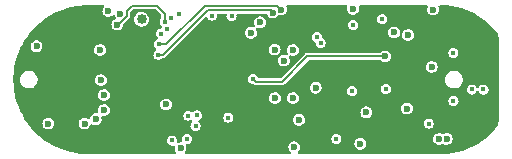
<source format=gbr>
G04 #@! TF.GenerationSoftware,KiCad,Pcbnew,(6.0.4)*
G04 #@! TF.CreationDate,2022-04-30T14:08:03+02:00*
G04 #@! TF.ProjectId,nRF52832_qfaa,6e524635-3238-4333-925f-716661612e6b,rev?*
G04 #@! TF.SameCoordinates,Original*
G04 #@! TF.FileFunction,Copper,L2,Inr*
G04 #@! TF.FilePolarity,Positive*
%FSLAX45Y45*%
G04 Gerber Fmt 4.5, Leading zero omitted, Abs format (unit mm)*
G04 Created by KiCad (PCBNEW (6.0.4)) date 2022-04-30 14:08:03*
%MOMM*%
%LPD*%
G01*
G04 APERTURE LIST*
G04 #@! TA.AperFunction,ComponentPad*
%ADD10C,0.500000*%
G04 #@! TD*
G04 #@! TA.AperFunction,ComponentPad*
%ADD11C,0.908000*%
G04 #@! TD*
G04 #@! TA.AperFunction,ComponentPad*
%ADD12C,0.850000*%
G04 #@! TD*
G04 #@! TA.AperFunction,ViaPad*
%ADD13C,0.600000*%
G04 #@! TD*
G04 #@! TA.AperFunction,ViaPad*
%ADD14C,0.450000*%
G04 #@! TD*
G04 #@! TA.AperFunction,Conductor*
%ADD15C,0.150000*%
G04 #@! TD*
G04 #@! TA.AperFunction,Conductor*
%ADD16C,0.127000*%
G04 #@! TD*
G04 #@! TA.AperFunction,Conductor*
%ADD17C,0.200000*%
G04 #@! TD*
G04 APERTURE END LIST*
D10*
X6473080Y-3132960D03*
X6568080Y-3132960D03*
X6568080Y-3227960D03*
X6473080Y-3227960D03*
D11*
X4745584Y-3644560D03*
X4745584Y-3524560D03*
X4745584Y-3404560D03*
X4745584Y-3284560D03*
X4625584Y-3644560D03*
X4625584Y-3524560D03*
X4625584Y-3404560D03*
X4625584Y-3284560D03*
X4505584Y-3644560D03*
X4505584Y-3524560D03*
X4505584Y-3404560D03*
X4505584Y-3284560D03*
X4385584Y-3644560D03*
X4385584Y-3524560D03*
X4385584Y-3404560D03*
X4385584Y-3284560D03*
D12*
X4051300Y-3022600D03*
D13*
X5935980Y-3667760D03*
X5758180Y-3680460D03*
D14*
X4100688Y-3663696D03*
X4233784Y-4023360D03*
X3928984Y-3083560D03*
X3890884Y-3134360D03*
X3801984Y-3147060D03*
X6786880Y-3020060D03*
X6964680Y-3121660D03*
X5580380Y-3020060D03*
X4144955Y-3274131D03*
D13*
X3326384Y-3282696D03*
D14*
X6723380Y-3870960D03*
X4754484Y-4087763D03*
D13*
X4151884Y-4120896D03*
D14*
X4192611Y-3080487D03*
D13*
X5713984Y-3858260D03*
X5104384Y-4019296D03*
D14*
X6558280Y-3832860D03*
X4919584Y-2997200D03*
D13*
X5423908Y-2954722D03*
X3192780Y-3832860D03*
D14*
X6101080Y-3210560D03*
D13*
X3631184Y-3981196D03*
D14*
X6384681Y-3312160D03*
X4652884Y-4087763D03*
D13*
X5472684Y-3485896D03*
X5015484Y-3612896D03*
D14*
X6310884Y-4070096D03*
D13*
X3638682Y-3483950D03*
X5499100Y-4089400D03*
D14*
X6177280Y-3528060D03*
D13*
X6977380Y-3223260D03*
D14*
X4144813Y-3375589D03*
X6278880Y-2980960D03*
X4508500Y-3924300D03*
D13*
X3262884Y-3904996D03*
X4978400Y-3136900D03*
X6570980Y-4036060D03*
X5384800Y-3873500D03*
D14*
X4786488Y-3854196D03*
D13*
X3162300Y-3251200D03*
X5054600Y-3048000D03*
X4259184Y-3743960D03*
X6634480Y-4036060D03*
D14*
X6482080Y-3904996D03*
X6118480Y-3612260D03*
D13*
X4381500Y-4114800D03*
X3568700Y-3905246D03*
D14*
X4447904Y-3838304D03*
X4194884Y-3321790D03*
D13*
X3732784Y-3790696D03*
X5162550Y-2965450D03*
X5232971Y-2939791D03*
D14*
X4198884Y-3233560D03*
D13*
X3732784Y-3663696D03*
D14*
X4214988Y-3143610D03*
D13*
X3701475Y-3282549D03*
X6520180Y-2939796D03*
X6189980Y-3134360D03*
X5344925Y-4104570D03*
X5256784Y-3371596D03*
D14*
X5834380Y-3629660D03*
D13*
X5525318Y-3602050D03*
D14*
X5567680Y-3223260D03*
X6088380Y-3020060D03*
X5535667Y-3172573D03*
X5844148Y-3070860D03*
D13*
X5842000Y-2933700D03*
D14*
X4297284Y-3012313D03*
D13*
X3873201Y-2975961D03*
X3770884Y-2952496D03*
D14*
X4367388Y-2977896D03*
D13*
X3847143Y-3066796D03*
D14*
X4246484Y-3045460D03*
X6691806Y-3305635D03*
X6946280Y-3616960D03*
X6846580Y-3616960D03*
D13*
X5332984Y-3282696D03*
X6307867Y-3155460D03*
X6507480Y-3426460D03*
X5332984Y-3689096D03*
D14*
X4648200Y-2991350D03*
X4813300Y-2997200D03*
X6692286Y-3712575D03*
D13*
X5904143Y-4075936D03*
X6298184Y-3777996D03*
X5180584Y-3689096D03*
X5955284Y-3810046D03*
D14*
X4309984Y-4048760D03*
D13*
X5177559Y-3278387D03*
D14*
X4995784Y-3528060D03*
D13*
X6113780Y-3337560D03*
D14*
X4436984Y-4036060D03*
X5701284Y-4036060D03*
X4520866Y-3835832D03*
D13*
X3662890Y-3868931D03*
X3707384Y-3536696D03*
D14*
X4265788Y-3103599D03*
D15*
X4234710Y-3321790D02*
X4610100Y-2946400D01*
X4610100Y-2946400D02*
X5143500Y-2946400D01*
X4194884Y-3321790D02*
X4234710Y-3321790D01*
X5162550Y-2965450D02*
X5168900Y-2971800D01*
X5143500Y-2946400D02*
X5162550Y-2965450D01*
X4584700Y-2908300D02*
X4259440Y-3233560D01*
X5201480Y-2908300D02*
X4584700Y-2908300D01*
X5232971Y-2939791D02*
X5201480Y-2908300D01*
X4259440Y-3233560D02*
X4198884Y-3233560D01*
D16*
X3968857Y-2908300D02*
X4178300Y-2908300D01*
X3854918Y-3066796D02*
X3924502Y-2997211D01*
X4246484Y-2976484D02*
X4246484Y-3045460D01*
X3924502Y-2997211D02*
X3924502Y-2952654D01*
X3924502Y-2952654D02*
X3968857Y-2908300D01*
X3847143Y-3066796D02*
X3854918Y-3066796D01*
X4178300Y-2908300D02*
X4246484Y-2976484D01*
D17*
X5455920Y-3337560D02*
X5244084Y-3549396D01*
X6113780Y-3337560D02*
X5455920Y-3337560D01*
X5244084Y-3549396D02*
X5017120Y-3549396D01*
X5017120Y-3549396D02*
X4995784Y-3528060D01*
G04 #@! TA.AperFunction,Conductor*
G36*
X3729605Y-2905592D02*
G01*
X3733564Y-2911042D01*
X3733564Y-2917778D01*
X3731368Y-2921625D01*
X3728622Y-2924735D01*
X3728292Y-2925438D01*
X3728292Y-2925438D01*
X3722859Y-2937009D01*
X3722859Y-2937009D01*
X3722529Y-2937712D01*
X3722409Y-2938480D01*
X3720896Y-2948200D01*
X3720323Y-2951878D01*
X3722182Y-2966094D01*
X3727956Y-2979216D01*
X3728455Y-2979810D01*
X3728455Y-2979811D01*
X3736681Y-2989597D01*
X3737181Y-2990191D01*
X3749115Y-2998135D01*
X3749856Y-2998366D01*
X3762059Y-3002179D01*
X3762059Y-3002179D01*
X3762800Y-3002410D01*
X3770458Y-3002551D01*
X3776358Y-3002659D01*
X3776358Y-3002659D01*
X3777134Y-3002673D01*
X3790966Y-2998902D01*
X3803183Y-2991400D01*
X3806787Y-2987419D01*
X3812629Y-2984066D01*
X3819327Y-2984788D01*
X3824321Y-2989309D01*
X3824844Y-2990344D01*
X3830273Y-3002682D01*
X3830773Y-3003276D01*
X3830773Y-3003276D01*
X3830985Y-3003529D01*
X3831088Y-3003782D01*
X3831183Y-3003936D01*
X3831157Y-3003952D01*
X3833514Y-3009772D01*
X3831890Y-3016310D01*
X3827134Y-3020456D01*
X3826496Y-3020639D01*
X3825839Y-3021053D01*
X3825838Y-3021053D01*
X3815027Y-3027875D01*
X3814371Y-3028289D01*
X3804880Y-3039035D01*
X3804550Y-3039738D01*
X3804550Y-3039738D01*
X3799118Y-3051309D01*
X3799117Y-3051309D01*
X3798787Y-3052012D01*
X3798668Y-3052780D01*
X3797295Y-3061598D01*
X3796582Y-3066178D01*
X3798441Y-3080394D01*
X3804215Y-3093516D01*
X3804714Y-3094110D01*
X3804714Y-3094111D01*
X3812728Y-3103644D01*
X3813440Y-3104491D01*
X3825374Y-3112435D01*
X3826115Y-3112666D01*
X3838317Y-3116479D01*
X3838318Y-3116479D01*
X3839058Y-3116710D01*
X3846816Y-3116852D01*
X3852617Y-3116959D01*
X3852617Y-3116959D01*
X3853393Y-3116973D01*
X3867224Y-3113202D01*
X3879442Y-3105700D01*
X3880577Y-3104446D01*
X3887458Y-3096844D01*
X3889063Y-3095071D01*
X3895314Y-3082169D01*
X3897692Y-3068031D01*
X3897707Y-3066796D01*
X3897677Y-3066581D01*
X3899325Y-3060102D01*
X3900834Y-3058215D01*
X3937109Y-3021940D01*
X3988294Y-3021940D01*
X3989955Y-3036988D01*
X3995158Y-3051206D01*
X3995524Y-3051751D01*
X3995525Y-3051751D01*
X4003088Y-3063006D01*
X4003602Y-3063772D01*
X4004088Y-3064213D01*
X4004088Y-3064213D01*
X4013953Y-3073190D01*
X4014800Y-3073961D01*
X4028105Y-3081185D01*
X4042749Y-3085026D01*
X4049439Y-3085131D01*
X4057229Y-3085254D01*
X4057229Y-3085254D01*
X4057886Y-3085264D01*
X4058527Y-3085117D01*
X4058527Y-3085117D01*
X4072004Y-3082031D01*
X4072644Y-3081884D01*
X4073230Y-3081589D01*
X4073230Y-3081589D01*
X4085582Y-3075377D01*
X4085582Y-3075377D01*
X4086169Y-3075082D01*
X4097681Y-3065249D01*
X4106516Y-3052955D01*
X4107177Y-3051309D01*
X4111611Y-3040280D01*
X4112162Y-3038908D01*
X4112257Y-3038242D01*
X4114245Y-3024272D01*
X4114245Y-3024271D01*
X4114296Y-3023920D01*
X4114309Y-3022600D01*
X4114122Y-3021053D01*
X4112691Y-3009227D01*
X4112491Y-3007570D01*
X4112258Y-3006956D01*
X4112258Y-3006955D01*
X4107992Y-2995664D01*
X4107139Y-2993408D01*
X4100829Y-2984227D01*
X4098936Y-2981472D01*
X4098564Y-2980931D01*
X4098074Y-2980494D01*
X4098074Y-2980494D01*
X4087751Y-2971297D01*
X4087751Y-2971297D01*
X4087260Y-2970860D01*
X4078427Y-2966183D01*
X4074461Y-2964083D01*
X4074460Y-2964083D01*
X4073880Y-2963776D01*
X4073244Y-2963616D01*
X4073244Y-2963616D01*
X4065608Y-2961698D01*
X4059197Y-2960087D01*
X4051679Y-2960048D01*
X4044715Y-2960012D01*
X4044714Y-2960012D01*
X4044058Y-2960008D01*
X4043419Y-2960162D01*
X4043419Y-2960162D01*
X4040677Y-2960820D01*
X4029337Y-2963542D01*
X4028753Y-2963844D01*
X4028753Y-2963844D01*
X4016467Y-2970185D01*
X4016467Y-2970185D01*
X4015883Y-2970486D01*
X4014115Y-2972029D01*
X4007361Y-2977921D01*
X4004475Y-2980438D01*
X4000284Y-2986401D01*
X3996230Y-2992170D01*
X3995770Y-2992825D01*
X3990270Y-3006930D01*
X3990184Y-3007582D01*
X3990184Y-3007582D01*
X3988431Y-3020902D01*
X3988294Y-3021940D01*
X3937109Y-3021940D01*
X3940573Y-3018476D01*
X3942224Y-3017121D01*
X3942643Y-3016841D01*
X3943536Y-3016244D01*
X3945008Y-3014040D01*
X3945009Y-3014040D01*
X3945318Y-3013577D01*
X3947268Y-3010659D01*
X3949371Y-3007512D01*
X3949608Y-3006317D01*
X3951210Y-2998264D01*
X3951420Y-2997211D01*
X3951112Y-2995664D01*
X3950902Y-2993537D01*
X3950902Y-2968105D01*
X3952984Y-2961698D01*
X3954095Y-2960397D01*
X3976599Y-2937892D01*
X3982602Y-2934834D01*
X3984307Y-2934700D01*
X4162850Y-2934700D01*
X4169257Y-2936782D01*
X4170557Y-2937892D01*
X4216892Y-2984227D01*
X4219950Y-2990229D01*
X4220084Y-2991934D01*
X4220084Y-3007170D01*
X4218002Y-3013577D01*
X4216892Y-3014878D01*
X4211631Y-3020138D01*
X4211242Y-3020902D01*
X4211242Y-3020902D01*
X4210806Y-3021758D01*
X4205512Y-3032147D01*
X4205378Y-3032995D01*
X4205378Y-3032995D01*
X4203962Y-3041935D01*
X4203404Y-3045460D01*
X4203538Y-3046307D01*
X4205378Y-3057925D01*
X4205378Y-3057925D01*
X4205512Y-3058773D01*
X4208894Y-3065411D01*
X4210594Y-3068746D01*
X4211631Y-3070782D01*
X4221162Y-3080313D01*
X4221048Y-3080426D01*
X4224451Y-3085110D01*
X4224450Y-3090228D01*
X4224816Y-3090286D01*
X4224816Y-3090286D01*
X4224816Y-3090286D01*
X4224629Y-3091469D01*
X4224450Y-3091819D01*
X4224450Y-3091846D01*
X4224417Y-3091950D01*
X4224388Y-3091941D01*
X4221571Y-3097471D01*
X4215569Y-3100529D01*
X4215180Y-3100560D01*
X4214988Y-3100529D01*
X4214416Y-3100620D01*
X4214415Y-3100620D01*
X4202523Y-3102504D01*
X4202523Y-3102504D01*
X4201675Y-3102638D01*
X4189666Y-3108757D01*
X4180135Y-3118288D01*
X4179746Y-3119052D01*
X4179746Y-3119052D01*
X4178785Y-3120937D01*
X4174016Y-3130297D01*
X4173882Y-3131144D01*
X4173882Y-3131145D01*
X4172744Y-3138326D01*
X4171908Y-3143610D01*
X4172042Y-3144457D01*
X4173882Y-3156075D01*
X4173882Y-3156075D01*
X4174016Y-3156922D01*
X4177429Y-3163620D01*
X4178515Y-3165751D01*
X4180135Y-3168932D01*
X4187033Y-3175830D01*
X4190091Y-3181832D01*
X4189037Y-3188486D01*
X4184274Y-3193249D01*
X4174327Y-3198317D01*
X4174326Y-3198318D01*
X4173562Y-3198707D01*
X4164031Y-3208238D01*
X4157912Y-3220247D01*
X4157778Y-3221095D01*
X4157778Y-3221095D01*
X4156048Y-3232017D01*
X4155804Y-3233560D01*
X4155938Y-3234407D01*
X4157778Y-3246025D01*
X4157778Y-3246025D01*
X4157912Y-3246872D01*
X4164031Y-3258882D01*
X4173562Y-3268413D01*
X4173381Y-3268594D01*
X4176603Y-3273030D01*
X4176603Y-3279766D01*
X4172643Y-3285216D01*
X4171185Y-3286110D01*
X4170326Y-3286548D01*
X4170326Y-3286548D01*
X4169562Y-3286937D01*
X4160031Y-3296468D01*
X4159642Y-3297232D01*
X4159642Y-3297232D01*
X4159290Y-3297922D01*
X4153912Y-3308477D01*
X4153778Y-3309324D01*
X4153778Y-3309325D01*
X4152893Y-3314913D01*
X4151804Y-3321790D01*
X4151938Y-3322637D01*
X4153778Y-3334255D01*
X4153778Y-3334255D01*
X4153912Y-3335102D01*
X4156854Y-3340877D01*
X4158986Y-3345060D01*
X4160031Y-3347112D01*
X4169562Y-3356643D01*
X4170326Y-3357032D01*
X4170326Y-3357032D01*
X4172566Y-3358173D01*
X4181571Y-3362762D01*
X4182419Y-3362896D01*
X4182419Y-3362896D01*
X4194037Y-3364736D01*
X4194884Y-3364870D01*
X4195731Y-3364736D01*
X4207349Y-3362896D01*
X4207349Y-3362896D01*
X4208197Y-3362762D01*
X4217202Y-3358173D01*
X4219442Y-3357032D01*
X4219442Y-3357032D01*
X4220206Y-3356643D01*
X4224134Y-3352715D01*
X4230136Y-3349657D01*
X4232584Y-3349705D01*
X4232584Y-3349670D01*
X4233658Y-3349670D01*
X4234710Y-3349879D01*
X4235763Y-3349670D01*
X4235763Y-3349670D01*
X4237423Y-3349340D01*
X4237424Y-3349340D01*
X4237424Y-3349340D01*
X4245460Y-3347741D01*
X4251300Y-3343839D01*
X4252272Y-3343189D01*
X4252273Y-3343189D01*
X4254573Y-3341652D01*
X4255169Y-3340759D01*
X4255169Y-3340759D01*
X4255513Y-3340245D01*
X4256869Y-3338593D01*
X4317692Y-3277770D01*
X5126998Y-3277770D01*
X5128857Y-3291985D01*
X5134631Y-3305108D01*
X5135130Y-3305702D01*
X5135131Y-3305702D01*
X5143357Y-3315488D01*
X5143856Y-3316082D01*
X5155790Y-3324026D01*
X5156531Y-3324258D01*
X5168734Y-3328070D01*
X5168734Y-3328070D01*
X5169475Y-3328302D01*
X5177233Y-3328444D01*
X5183033Y-3328550D01*
X5183033Y-3328550D01*
X5183809Y-3328564D01*
X5197641Y-3324793D01*
X5198302Y-3324387D01*
X5209107Y-3317753D01*
X5210096Y-3317515D01*
X5211070Y-3315953D01*
X5218609Y-3307624D01*
X5219479Y-3306663D01*
X5225730Y-3293761D01*
X5227696Y-3282078D01*
X5228039Y-3280038D01*
X5228039Y-3280038D01*
X5228109Y-3279623D01*
X5228124Y-3278387D01*
X5226091Y-3264196D01*
X5220157Y-3251145D01*
X5210799Y-3240284D01*
X5198769Y-3232486D01*
X5197195Y-3232015D01*
X5185777Y-3228601D01*
X5185777Y-3228601D01*
X5185033Y-3228378D01*
X5177865Y-3228334D01*
X5171473Y-3228295D01*
X5171473Y-3228295D01*
X5170697Y-3228291D01*
X5169950Y-3228504D01*
X5169950Y-3228504D01*
X5157658Y-3232017D01*
X5157658Y-3232017D01*
X5156912Y-3232230D01*
X5156255Y-3232645D01*
X5148818Y-3237337D01*
X5144787Y-3239880D01*
X5135297Y-3250626D01*
X5134967Y-3251329D01*
X5134967Y-3251329D01*
X5129534Y-3262901D01*
X5129534Y-3262901D01*
X5129204Y-3263604D01*
X5129084Y-3264371D01*
X5127174Y-3276640D01*
X5126998Y-3277770D01*
X4317692Y-3277770D01*
X4459179Y-3136282D01*
X4927839Y-3136282D01*
X4929698Y-3150498D01*
X4935472Y-3163620D01*
X4935971Y-3164214D01*
X4935972Y-3164215D01*
X4943920Y-3173671D01*
X4944697Y-3174595D01*
X4956631Y-3182539D01*
X4957372Y-3182770D01*
X4969575Y-3186583D01*
X4969575Y-3186583D01*
X4970316Y-3186814D01*
X4978074Y-3186956D01*
X4983874Y-3187063D01*
X4983874Y-3187063D01*
X4984650Y-3187077D01*
X4998482Y-3183306D01*
X5010699Y-3175804D01*
X5013624Y-3172573D01*
X5492587Y-3172573D01*
X5492721Y-3173420D01*
X5494561Y-3185038D01*
X5494561Y-3185038D01*
X5494695Y-3185885D01*
X5500814Y-3197895D01*
X5510345Y-3207426D01*
X5511109Y-3207815D01*
X5511109Y-3207815D01*
X5518800Y-3211734D01*
X5523563Y-3216497D01*
X5524365Y-3221555D01*
X5524734Y-3221555D01*
X5524734Y-3222413D01*
X5524600Y-3223260D01*
X5524734Y-3224107D01*
X5526574Y-3235725D01*
X5526574Y-3235725D01*
X5526708Y-3236573D01*
X5532827Y-3248582D01*
X5542358Y-3258113D01*
X5554367Y-3264232D01*
X5555215Y-3264366D01*
X5555215Y-3264366D01*
X5566833Y-3266206D01*
X5567680Y-3266340D01*
X5568527Y-3266206D01*
X5580145Y-3264366D01*
X5580145Y-3264366D01*
X5580993Y-3264232D01*
X5593002Y-3258113D01*
X5602533Y-3248582D01*
X5608652Y-3236573D01*
X5608786Y-3235725D01*
X5608786Y-3235725D01*
X5610626Y-3224107D01*
X5610760Y-3223260D01*
X5609689Y-3216497D01*
X5608786Y-3210795D01*
X5608786Y-3210795D01*
X5608652Y-3209947D01*
X5602533Y-3197938D01*
X5593002Y-3188407D01*
X5592238Y-3188018D01*
X5592238Y-3188018D01*
X5584547Y-3184099D01*
X5579784Y-3179336D01*
X5578982Y-3174278D01*
X5578613Y-3174278D01*
X5578613Y-3173420D01*
X5578747Y-3172573D01*
X5577330Y-3163620D01*
X5576773Y-3160108D01*
X5576773Y-3160107D01*
X5576639Y-3159260D01*
X5571992Y-3150139D01*
X5570909Y-3148015D01*
X5570909Y-3148015D01*
X5570520Y-3147251D01*
X5560989Y-3137720D01*
X5557874Y-3136133D01*
X5556819Y-3135595D01*
X5553182Y-3133742D01*
X6139419Y-3133742D01*
X6141278Y-3147958D01*
X6147052Y-3161080D01*
X6147551Y-3161674D01*
X6147551Y-3161675D01*
X6154161Y-3169538D01*
X6156277Y-3172055D01*
X6168211Y-3179999D01*
X6168952Y-3180230D01*
X6181155Y-3184043D01*
X6181155Y-3184043D01*
X6181896Y-3184274D01*
X6189653Y-3184416D01*
X6195454Y-3184523D01*
X6195454Y-3184523D01*
X6196230Y-3184537D01*
X6210062Y-3180766D01*
X6222279Y-3173264D01*
X6231900Y-3162635D01*
X6232653Y-3161080D01*
X6236818Y-3152485D01*
X6241484Y-3147627D01*
X6248116Y-3146440D01*
X6254178Y-3149377D01*
X6257435Y-3155825D01*
X6259165Y-3169058D01*
X6264939Y-3182180D01*
X6265439Y-3182774D01*
X6265439Y-3182775D01*
X6271915Y-3190479D01*
X6274164Y-3193155D01*
X6286099Y-3201099D01*
X6286840Y-3201330D01*
X6299042Y-3205143D01*
X6299042Y-3205143D01*
X6299783Y-3205374D01*
X6307541Y-3205516D01*
X6313341Y-3205623D01*
X6313341Y-3205623D01*
X6314117Y-3205637D01*
X6327949Y-3201866D01*
X6340166Y-3194364D01*
X6349787Y-3183735D01*
X6356038Y-3170833D01*
X6358417Y-3156695D01*
X6358432Y-3155460D01*
X6356400Y-3141268D01*
X6350466Y-3128217D01*
X6341107Y-3117356D01*
X6329077Y-3109558D01*
X6325095Y-3108368D01*
X6316085Y-3105673D01*
X6316085Y-3105673D01*
X6315341Y-3105451D01*
X6308173Y-3105407D01*
X6301782Y-3105368D01*
X6301781Y-3105368D01*
X6301005Y-3105363D01*
X6300258Y-3105576D01*
X6300258Y-3105576D01*
X6287967Y-3109089D01*
X6287966Y-3109089D01*
X6287220Y-3109303D01*
X6286563Y-3109717D01*
X6277559Y-3115398D01*
X6275095Y-3116953D01*
X6265605Y-3127699D01*
X6265275Y-3128402D01*
X6265275Y-3128402D01*
X6261161Y-3137165D01*
X6256553Y-3142079D01*
X6249937Y-3143347D01*
X6243839Y-3140484D01*
X6240504Y-3134077D01*
X6240205Y-3131990D01*
X6238512Y-3120168D01*
X6232578Y-3107117D01*
X6223220Y-3096256D01*
X6211189Y-3088458D01*
X6205931Y-3086886D01*
X6198198Y-3084573D01*
X6198198Y-3084573D01*
X6197454Y-3084351D01*
X6190286Y-3084307D01*
X6183894Y-3084268D01*
X6183894Y-3084268D01*
X6183118Y-3084263D01*
X6182371Y-3084476D01*
X6182371Y-3084476D01*
X6170079Y-3087989D01*
X6170079Y-3087989D01*
X6169333Y-3088203D01*
X6168676Y-3088617D01*
X6158447Y-3095071D01*
X6157208Y-3095853D01*
X6147718Y-3106599D01*
X6147388Y-3107302D01*
X6147388Y-3107302D01*
X6141955Y-3118873D01*
X6141955Y-3118873D01*
X6141625Y-3119576D01*
X6141505Y-3120344D01*
X6140360Y-3127699D01*
X6139419Y-3133742D01*
X5553182Y-3133742D01*
X5548980Y-3131601D01*
X5548132Y-3131467D01*
X5548132Y-3131467D01*
X5536514Y-3129627D01*
X5535667Y-3129492D01*
X5534820Y-3129627D01*
X5523202Y-3131467D01*
X5523202Y-3131467D01*
X5522354Y-3131601D01*
X5514515Y-3135595D01*
X5513460Y-3136133D01*
X5510345Y-3137720D01*
X5500814Y-3147251D01*
X5500425Y-3148015D01*
X5500425Y-3148015D01*
X5499343Y-3150139D01*
X5494695Y-3159260D01*
X5494561Y-3160107D01*
X5494561Y-3160108D01*
X5494005Y-3163620D01*
X5492587Y-3172573D01*
X5013624Y-3172573D01*
X5020320Y-3165175D01*
X5026571Y-3152273D01*
X5028950Y-3138135D01*
X5028965Y-3136900D01*
X5026932Y-3122708D01*
X5025456Y-3119461D01*
X5021320Y-3110364D01*
X5021320Y-3110364D01*
X5020998Y-3109657D01*
X5021053Y-3109632D01*
X5019494Y-3103644D01*
X5021952Y-3097372D01*
X5027627Y-3093743D01*
X5033625Y-3093887D01*
X5045775Y-3097683D01*
X5045775Y-3097683D01*
X5046516Y-3097914D01*
X5054274Y-3098056D01*
X5060074Y-3098163D01*
X5060074Y-3098163D01*
X5060850Y-3098177D01*
X5074682Y-3094406D01*
X5086899Y-3086904D01*
X5089667Y-3083847D01*
X5092763Y-3080426D01*
X5096520Y-3076275D01*
X5099144Y-3070860D01*
X5801068Y-3070860D01*
X5801202Y-3071707D01*
X5803042Y-3083325D01*
X5803042Y-3083325D01*
X5803177Y-3084173D01*
X5806655Y-3090998D01*
X5808374Y-3094372D01*
X5809296Y-3096182D01*
X5818826Y-3105713D01*
X5819590Y-3106102D01*
X5819590Y-3106102D01*
X5821583Y-3107117D01*
X5830836Y-3111832D01*
X5831683Y-3111966D01*
X5831683Y-3111966D01*
X5843301Y-3113806D01*
X5844148Y-3113940D01*
X5844996Y-3113806D01*
X5856613Y-3111966D01*
X5856614Y-3111966D01*
X5857461Y-3111832D01*
X5866714Y-3107117D01*
X5868706Y-3106102D01*
X5868707Y-3106102D01*
X5869470Y-3105713D01*
X5879001Y-3096182D01*
X5879923Y-3094372D01*
X5881642Y-3090998D01*
X5885120Y-3084173D01*
X5885255Y-3083325D01*
X5885255Y-3083325D01*
X5887095Y-3071707D01*
X5887229Y-3070860D01*
X5886106Y-3063772D01*
X5885255Y-3058395D01*
X5885255Y-3058395D01*
X5885120Y-3057547D01*
X5879550Y-3046615D01*
X5879391Y-3046302D01*
X5879390Y-3046302D01*
X5879001Y-3045538D01*
X5869470Y-3036007D01*
X5857461Y-3029888D01*
X5856614Y-3029754D01*
X5856613Y-3029754D01*
X5844996Y-3027914D01*
X5844148Y-3027780D01*
X5843301Y-3027914D01*
X5831683Y-3029754D01*
X5831683Y-3029754D01*
X5830836Y-3029888D01*
X5818826Y-3036007D01*
X5809296Y-3045538D01*
X5808906Y-3046302D01*
X5808906Y-3046302D01*
X5808747Y-3046615D01*
X5803177Y-3057547D01*
X5803042Y-3058395D01*
X5803042Y-3058395D01*
X5802191Y-3063772D01*
X5801068Y-3070860D01*
X5099144Y-3070860D01*
X5102771Y-3063373D01*
X5104818Y-3051206D01*
X5105080Y-3049651D01*
X5105080Y-3049651D01*
X5105150Y-3049235D01*
X5105165Y-3048000D01*
X5103132Y-3033808D01*
X5097198Y-3020757D01*
X5096598Y-3020060D01*
X6045300Y-3020060D01*
X6045434Y-3020907D01*
X6047274Y-3032525D01*
X6047274Y-3032525D01*
X6047408Y-3033373D01*
X6053527Y-3045382D01*
X6063058Y-3054913D01*
X6075067Y-3061032D01*
X6075915Y-3061166D01*
X6075915Y-3061166D01*
X6087533Y-3063006D01*
X6088380Y-3063140D01*
X6089227Y-3063006D01*
X6100845Y-3061166D01*
X6100845Y-3061166D01*
X6101693Y-3061032D01*
X6113702Y-3054913D01*
X6123233Y-3045382D01*
X6129352Y-3033373D01*
X6129486Y-3032525D01*
X6129486Y-3032525D01*
X6131326Y-3020907D01*
X6131460Y-3020060D01*
X6130758Y-3015627D01*
X6129486Y-3007595D01*
X6129486Y-3007595D01*
X6129352Y-3006747D01*
X6123233Y-2994738D01*
X6113702Y-2985207D01*
X6111459Y-2984064D01*
X6110121Y-2983383D01*
X6101693Y-2979088D01*
X6100845Y-2978954D01*
X6100845Y-2978954D01*
X6089227Y-2977114D01*
X6088380Y-2976980D01*
X6087533Y-2977114D01*
X6075915Y-2978954D01*
X6075915Y-2978954D01*
X6075067Y-2979088D01*
X6066639Y-2983383D01*
X6065301Y-2984064D01*
X6063058Y-2985207D01*
X6053527Y-2994738D01*
X6047408Y-3006747D01*
X6047274Y-3007595D01*
X6047274Y-3007595D01*
X6046002Y-3015627D01*
X6045300Y-3020060D01*
X5096598Y-3020060D01*
X5087840Y-3009896D01*
X5075810Y-3002098D01*
X5065804Y-2999106D01*
X5062818Y-2998213D01*
X5062818Y-2998213D01*
X5062074Y-2997991D01*
X5054906Y-2997947D01*
X5048514Y-2997908D01*
X5048514Y-2997908D01*
X5047738Y-2997903D01*
X5046991Y-2998116D01*
X5046991Y-2998116D01*
X5034699Y-3001629D01*
X5034699Y-3001629D01*
X5033953Y-3001843D01*
X5033296Y-3002257D01*
X5024836Y-3007595D01*
X5021828Y-3009493D01*
X5012338Y-3020239D01*
X5012008Y-3020942D01*
X5012008Y-3020942D01*
X5006575Y-3032513D01*
X5006575Y-3032513D01*
X5006245Y-3033216D01*
X5006125Y-3033984D01*
X5004326Y-3045538D01*
X5004039Y-3047382D01*
X5005898Y-3061598D01*
X5011672Y-3074720D01*
X5011869Y-3074955D01*
X5013435Y-3081284D01*
X5010901Y-3087526D01*
X5005181Y-3091086D01*
X4999440Y-3090948D01*
X4986618Y-3087113D01*
X4986618Y-3087113D01*
X4985874Y-3086891D01*
X4978706Y-3086847D01*
X4972314Y-3086808D01*
X4972314Y-3086808D01*
X4971538Y-3086803D01*
X4970791Y-3087016D01*
X4970791Y-3087016D01*
X4958499Y-3090529D01*
X4958499Y-3090529D01*
X4957753Y-3090743D01*
X4957096Y-3091157D01*
X4946364Y-3097928D01*
X4945628Y-3098393D01*
X4936138Y-3109139D01*
X4935808Y-3109842D01*
X4935808Y-3109842D01*
X4930375Y-3121413D01*
X4930375Y-3121413D01*
X4930045Y-3122116D01*
X4929925Y-3122884D01*
X4929187Y-3127629D01*
X4927839Y-3136282D01*
X4459179Y-3136282D01*
X4591074Y-3004387D01*
X4597077Y-3001329D01*
X4603730Y-3002383D01*
X4608494Y-3007146D01*
X4609478Y-3009079D01*
X4612433Y-3014878D01*
X4613347Y-3016672D01*
X4622878Y-3026203D01*
X4623642Y-3026592D01*
X4623642Y-3026592D01*
X4624379Y-3026967D01*
X4634887Y-3032322D01*
X4635735Y-3032456D01*
X4635735Y-3032456D01*
X4647353Y-3034296D01*
X4648200Y-3034430D01*
X4649047Y-3034296D01*
X4660665Y-3032456D01*
X4660665Y-3032456D01*
X4661513Y-3032322D01*
X4672021Y-3026967D01*
X4672758Y-3026592D01*
X4672758Y-3026592D01*
X4673522Y-3026203D01*
X4683053Y-3016672D01*
X4683967Y-3014878D01*
X4686117Y-3010659D01*
X4689172Y-3004663D01*
X4689306Y-3003815D01*
X4689306Y-3003815D01*
X4691146Y-2992197D01*
X4691280Y-2991350D01*
X4691060Y-2989959D01*
X4690521Y-2986555D01*
X4691575Y-2979901D01*
X4696338Y-2975138D01*
X4701287Y-2973950D01*
X4761140Y-2973950D01*
X4767547Y-2976032D01*
X4771506Y-2981482D01*
X4771906Y-2986555D01*
X4770220Y-2997200D01*
X4770354Y-2998047D01*
X4772194Y-3009665D01*
X4772194Y-3009665D01*
X4772328Y-3010513D01*
X4776386Y-3018476D01*
X4777488Y-3020639D01*
X4778447Y-3022522D01*
X4787978Y-3032053D01*
X4788742Y-3032442D01*
X4788742Y-3032442D01*
X4791340Y-3033766D01*
X4799987Y-3038172D01*
X4800835Y-3038306D01*
X4800835Y-3038306D01*
X4812453Y-3040146D01*
X4813300Y-3040280D01*
X4814147Y-3040146D01*
X4825765Y-3038306D01*
X4825765Y-3038306D01*
X4826613Y-3038172D01*
X4835260Y-3033766D01*
X4837858Y-3032442D01*
X4837858Y-3032442D01*
X4838622Y-3032053D01*
X4848153Y-3022522D01*
X4849112Y-3020639D01*
X4850214Y-3018476D01*
X4854272Y-3010513D01*
X4854406Y-3009665D01*
X4854406Y-3009665D01*
X4856246Y-2998047D01*
X4856380Y-2997200D01*
X4854694Y-2986555D01*
X4855748Y-2979901D01*
X4860512Y-2975138D01*
X4865460Y-2973950D01*
X5104493Y-2973950D01*
X5110899Y-2976032D01*
X5114469Y-2980460D01*
X5119622Y-2992170D01*
X5120121Y-2992764D01*
X5120122Y-2992765D01*
X5128348Y-3002551D01*
X5128847Y-3003145D01*
X5140781Y-3011089D01*
X5141522Y-3011320D01*
X5153725Y-3015133D01*
X5153725Y-3015133D01*
X5154466Y-3015364D01*
X5162224Y-3015506D01*
X5168024Y-3015613D01*
X5168024Y-3015613D01*
X5168800Y-3015627D01*
X5182632Y-3011856D01*
X5194849Y-3004354D01*
X5197006Y-3001971D01*
X5202293Y-2996130D01*
X5204470Y-2993725D01*
X5204809Y-2993026D01*
X5205243Y-2992383D01*
X5205389Y-2992481D01*
X5209418Y-2988288D01*
X5216049Y-2987101D01*
X5217811Y-2987494D01*
X5224146Y-2989474D01*
X5224146Y-2989474D01*
X5224887Y-2989705D01*
X5232645Y-2989847D01*
X5238445Y-2989954D01*
X5238445Y-2989954D01*
X5239221Y-2989968D01*
X5253053Y-2986197D01*
X5265270Y-2978695D01*
X5265971Y-2977921D01*
X5274370Y-2968642D01*
X5274891Y-2968066D01*
X5281142Y-2955164D01*
X5283521Y-2941026D01*
X5283536Y-2939791D01*
X5281503Y-2925599D01*
X5278814Y-2919684D01*
X5278467Y-2918921D01*
X5277710Y-2912227D01*
X5281033Y-2906367D01*
X5287165Y-2903579D01*
X5288390Y-2903510D01*
X5783739Y-2903510D01*
X5790146Y-2905592D01*
X5794106Y-2911042D01*
X5794163Y-2917597D01*
X5793975Y-2918213D01*
X5793645Y-2918916D01*
X5792515Y-2926175D01*
X5791885Y-2930219D01*
X5791439Y-2933082D01*
X5793298Y-2947298D01*
X5799072Y-2960420D01*
X5799571Y-2961014D01*
X5799571Y-2961015D01*
X5807689Y-2970671D01*
X5808297Y-2971395D01*
X5820231Y-2979339D01*
X5820972Y-2979570D01*
X5833175Y-2983383D01*
X5833175Y-2983383D01*
X5833916Y-2983614D01*
X5841673Y-2983756D01*
X5847474Y-2983863D01*
X5847474Y-2983863D01*
X5848250Y-2983877D01*
X5862082Y-2980106D01*
X5874299Y-2972604D01*
X5883920Y-2961975D01*
X5890171Y-2949073D01*
X5892010Y-2938141D01*
X5892480Y-2935351D01*
X5892480Y-2935351D01*
X5892550Y-2934935D01*
X5892565Y-2933700D01*
X5890532Y-2919508D01*
X5890211Y-2918801D01*
X5889993Y-2918056D01*
X5890162Y-2918006D01*
X5889509Y-2912228D01*
X5892831Y-2906368D01*
X5898963Y-2903579D01*
X5900188Y-2903510D01*
X6464761Y-2903510D01*
X6471168Y-2905592D01*
X6475127Y-2911042D01*
X6475127Y-2917778D01*
X6474628Y-2919042D01*
X6472155Y-2924309D01*
X6472155Y-2924309D01*
X6471825Y-2925012D01*
X6471705Y-2925780D01*
X6469797Y-2938036D01*
X6469619Y-2939178D01*
X6471478Y-2953394D01*
X6477252Y-2966516D01*
X6477751Y-2967110D01*
X6477751Y-2967111D01*
X6485250Y-2976032D01*
X6486477Y-2977491D01*
X6498411Y-2985435D01*
X6499152Y-2985666D01*
X6511355Y-2989479D01*
X6511355Y-2989479D01*
X6512096Y-2989710D01*
X6519853Y-2989852D01*
X6525654Y-2989959D01*
X6525654Y-2989959D01*
X6526430Y-2989973D01*
X6540262Y-2986202D01*
X6552479Y-2978700D01*
X6562100Y-2968071D01*
X6568351Y-2955169D01*
X6570185Y-2944269D01*
X6570660Y-2941447D01*
X6570660Y-2941447D01*
X6570730Y-2941031D01*
X6570745Y-2939796D01*
X6568712Y-2925604D01*
X6568123Y-2924309D01*
X6565674Y-2918921D01*
X6564917Y-2912227D01*
X6568239Y-2906367D01*
X6574372Y-2903579D01*
X6575596Y-2903510D01*
X6592765Y-2903510D01*
X6594881Y-2903750D01*
X6595048Y-2903750D01*
X6596244Y-2904026D01*
X6597441Y-2903755D01*
X6598313Y-2903756D01*
X6599629Y-2903634D01*
X6638670Y-2905076D01*
X6639471Y-2905135D01*
X6681230Y-2909780D01*
X6682024Y-2909898D01*
X6723328Y-2917612D01*
X6724110Y-2917788D01*
X6764731Y-2928528D01*
X6765500Y-2928762D01*
X6783039Y-2934816D01*
X6805217Y-2942470D01*
X6805967Y-2942760D01*
X6844564Y-2959361D01*
X6845290Y-2959705D01*
X6882558Y-2979109D01*
X6883257Y-2979506D01*
X6903414Y-2991973D01*
X6918991Y-3001607D01*
X6919659Y-3002055D01*
X6927276Y-3007582D01*
X6953665Y-3026731D01*
X6954297Y-3027227D01*
X6985294Y-3053420D01*
X6986390Y-3054345D01*
X6986983Y-3054886D01*
X7016989Y-3084299D01*
X7017541Y-3084883D01*
X7045294Y-3116429D01*
X7045802Y-3117053D01*
X7067136Y-3145253D01*
X7069211Y-3150139D01*
X7076060Y-3193789D01*
X7076098Y-3194034D01*
X7076230Y-3195724D01*
X7076230Y-3877641D01*
X7076059Y-3879566D01*
X7070305Y-3911625D01*
X7069388Y-3916731D01*
X7067353Y-3921381D01*
X7045802Y-3949868D01*
X7045293Y-3950491D01*
X7044272Y-3951652D01*
X7017541Y-3982037D01*
X7016989Y-3982620D01*
X6986983Y-4012034D01*
X6986390Y-4012574D01*
X6956499Y-4037833D01*
X6954298Y-4039693D01*
X6953665Y-4040189D01*
X6937206Y-4052132D01*
X6919659Y-4064865D01*
X6918991Y-4065313D01*
X6915908Y-4067220D01*
X6885159Y-4086237D01*
X6883257Y-4087413D01*
X6882558Y-4087811D01*
X6847199Y-4106221D01*
X6845291Y-4107214D01*
X6844564Y-4107559D01*
X6805967Y-4124159D01*
X6805217Y-4124450D01*
X6791718Y-4129109D01*
X6765500Y-4138158D01*
X6764731Y-4138392D01*
X6724110Y-4149132D01*
X6723328Y-4149308D01*
X6682024Y-4157022D01*
X6681230Y-4157140D01*
X6639471Y-4161785D01*
X6638670Y-4161844D01*
X6599683Y-4163284D01*
X6598491Y-4163171D01*
X6597512Y-4163169D01*
X6596316Y-4162894D01*
X6595119Y-4163165D01*
X6595011Y-4163165D01*
X6592820Y-4163410D01*
X5383232Y-4163410D01*
X5376825Y-4161328D01*
X5372866Y-4155878D01*
X5372866Y-4149142D01*
X5376270Y-4144123D01*
X5376562Y-4143881D01*
X5377224Y-4143474D01*
X5378993Y-4141520D01*
X5386324Y-4133421D01*
X5386845Y-4132845D01*
X5393096Y-4119943D01*
X5395206Y-4107400D01*
X5395404Y-4106221D01*
X5395404Y-4106221D01*
X5395474Y-4105805D01*
X5395489Y-4104570D01*
X5393457Y-4090378D01*
X5387523Y-4077327D01*
X5378165Y-4066466D01*
X5366134Y-4058668D01*
X5362872Y-4057693D01*
X5353143Y-4054783D01*
X5353142Y-4054783D01*
X5352399Y-4054561D01*
X5345230Y-4054517D01*
X5338839Y-4054478D01*
X5338839Y-4054478D01*
X5338062Y-4054473D01*
X5337316Y-4054686D01*
X5337316Y-4054686D01*
X5325024Y-4058199D01*
X5325024Y-4058199D01*
X5324278Y-4058413D01*
X5323621Y-4058827D01*
X5314308Y-4064703D01*
X5312153Y-4066063D01*
X5302662Y-4076809D01*
X5302332Y-4077511D01*
X5302332Y-4077512D01*
X5296899Y-4089083D01*
X5296899Y-4089083D01*
X5296569Y-4089786D01*
X5294364Y-4103952D01*
X5296223Y-4118168D01*
X5301997Y-4131290D01*
X5302496Y-4131884D01*
X5302496Y-4131884D01*
X5310722Y-4141670D01*
X5311222Y-4142265D01*
X5311868Y-4142695D01*
X5311868Y-4142695D01*
X5312982Y-4143436D01*
X5317162Y-4148719D01*
X5317438Y-4155450D01*
X5313705Y-4161058D01*
X5306942Y-4163410D01*
X4429582Y-4163410D01*
X4423176Y-4161328D01*
X4419216Y-4155878D01*
X4419216Y-4149142D01*
X4421501Y-4145195D01*
X4422899Y-4143651D01*
X4422899Y-4143651D01*
X4423420Y-4143075D01*
X4429671Y-4130173D01*
X4431571Y-4118879D01*
X4431980Y-4116451D01*
X4431980Y-4116451D01*
X4432050Y-4116035D01*
X4432065Y-4114800D01*
X4430032Y-4100608D01*
X4429190Y-4098756D01*
X4427218Y-4094418D01*
X4426461Y-4087724D01*
X4429783Y-4081863D01*
X4435916Y-4079075D01*
X4436400Y-4079048D01*
X4436984Y-4079140D01*
X4437831Y-4079006D01*
X4449449Y-4077166D01*
X4449449Y-4077166D01*
X4450297Y-4077032D01*
X4458944Y-4072626D01*
X4461542Y-4071302D01*
X4461542Y-4071302D01*
X4462306Y-4070913D01*
X4471837Y-4061382D01*
X4473220Y-4058668D01*
X4474401Y-4056349D01*
X4477956Y-4049373D01*
X4478090Y-4048525D01*
X4478090Y-4048525D01*
X4479930Y-4036907D01*
X4480064Y-4036060D01*
X5658204Y-4036060D01*
X5658338Y-4036907D01*
X5660178Y-4048525D01*
X5660178Y-4048525D01*
X5660312Y-4049373D01*
X5663867Y-4056349D01*
X5665049Y-4058668D01*
X5666431Y-4061382D01*
X5675962Y-4070913D01*
X5676726Y-4071302D01*
X5676726Y-4071302D01*
X5679324Y-4072626D01*
X5687971Y-4077032D01*
X5688819Y-4077166D01*
X5688819Y-4077166D01*
X5700437Y-4079006D01*
X5701284Y-4079140D01*
X5702131Y-4079006D01*
X5713749Y-4077166D01*
X5713749Y-4077166D01*
X5714597Y-4077032D01*
X5717959Y-4075319D01*
X5853582Y-4075319D01*
X5855441Y-4089534D01*
X5861215Y-4102657D01*
X5861714Y-4103251D01*
X5861714Y-4103251D01*
X5865046Y-4107214D01*
X5870440Y-4113631D01*
X5882374Y-4121575D01*
X5883115Y-4121807D01*
X5895317Y-4125619D01*
X5895318Y-4125619D01*
X5896058Y-4125850D01*
X5903816Y-4125993D01*
X5909617Y-4126099D01*
X5909617Y-4126099D01*
X5910393Y-4126113D01*
X5924224Y-4122342D01*
X5936442Y-4114841D01*
X5946063Y-4104212D01*
X5952314Y-4091310D01*
X5953870Y-4082060D01*
X5954622Y-4077587D01*
X5954622Y-4077587D01*
X5954692Y-4077172D01*
X5954707Y-4075936D01*
X5952675Y-4061744D01*
X5946741Y-4048693D01*
X5937383Y-4037833D01*
X5933695Y-4035442D01*
X6520419Y-4035442D01*
X6522278Y-4049658D01*
X6528052Y-4062780D01*
X6528551Y-4063374D01*
X6528551Y-4063375D01*
X6535215Y-4071302D01*
X6537277Y-4073755D01*
X6549211Y-4081699D01*
X6549952Y-4081930D01*
X6562155Y-4085743D01*
X6562155Y-4085743D01*
X6562896Y-4085974D01*
X6570653Y-4086116D01*
X6576454Y-4086223D01*
X6576454Y-4086223D01*
X6577230Y-4086237D01*
X6591062Y-4082466D01*
X6596983Y-4078830D01*
X6603531Y-4077252D01*
X6608725Y-4079046D01*
X6612711Y-4081699D01*
X6618837Y-4083613D01*
X6625655Y-4085743D01*
X6625655Y-4085743D01*
X6626396Y-4085974D01*
X6634153Y-4086116D01*
X6639954Y-4086223D01*
X6639954Y-4086223D01*
X6640730Y-4086237D01*
X6654562Y-4082466D01*
X6666779Y-4074964D01*
X6676400Y-4064335D01*
X6682651Y-4051433D01*
X6684543Y-4040189D01*
X6684960Y-4037711D01*
X6684960Y-4037711D01*
X6685030Y-4037295D01*
X6685045Y-4036060D01*
X6683012Y-4021868D01*
X6677078Y-4008817D01*
X6667720Y-3997956D01*
X6655689Y-3990158D01*
X6653584Y-3989529D01*
X6642698Y-3986273D01*
X6642698Y-3986273D01*
X6641954Y-3986051D01*
X6634786Y-3986007D01*
X6628394Y-3985968D01*
X6628394Y-3985968D01*
X6627618Y-3985963D01*
X6626871Y-3986176D01*
X6626871Y-3986176D01*
X6614579Y-3989689D01*
X6614579Y-3989689D01*
X6613833Y-3989903D01*
X6613176Y-3990317D01*
X6613176Y-3990317D01*
X6608561Y-3993229D01*
X6602032Y-3994887D01*
X6596816Y-3993157D01*
X6595489Y-3992297D01*
X6592189Y-3990158D01*
X6590084Y-3989529D01*
X6579198Y-3986273D01*
X6579198Y-3986273D01*
X6578454Y-3986051D01*
X6571286Y-3986007D01*
X6564894Y-3985968D01*
X6564894Y-3985968D01*
X6564118Y-3985963D01*
X6563371Y-3986176D01*
X6563371Y-3986176D01*
X6551079Y-3989689D01*
X6551079Y-3989689D01*
X6550333Y-3989903D01*
X6549676Y-3990317D01*
X6549676Y-3990317D01*
X6541497Y-3995478D01*
X6538208Y-3997553D01*
X6528718Y-4008299D01*
X6528388Y-4009002D01*
X6528388Y-4009002D01*
X6522955Y-4020573D01*
X6522955Y-4020573D01*
X6522625Y-4021276D01*
X6522505Y-4022044D01*
X6522047Y-4024985D01*
X6520419Y-4035442D01*
X5933695Y-4035442D01*
X5925352Y-4030035D01*
X5923778Y-4029564D01*
X5912361Y-4026149D01*
X5912361Y-4026149D01*
X5911617Y-4025927D01*
X5904449Y-4025883D01*
X5898057Y-4025844D01*
X5898057Y-4025844D01*
X5897280Y-4025839D01*
X5896534Y-4026053D01*
X5896534Y-4026053D01*
X5884242Y-4029566D01*
X5884242Y-4029566D01*
X5883496Y-4029779D01*
X5882839Y-4030193D01*
X5873169Y-4036295D01*
X5871371Y-4037429D01*
X5861880Y-4048175D01*
X5861550Y-4048878D01*
X5861550Y-4048878D01*
X5856118Y-4060449D01*
X5856117Y-4060450D01*
X5855787Y-4061153D01*
X5855668Y-4061920D01*
X5854207Y-4071302D01*
X5853582Y-4075319D01*
X5717959Y-4075319D01*
X5723244Y-4072626D01*
X5725842Y-4071302D01*
X5725842Y-4071302D01*
X5726606Y-4070913D01*
X5736137Y-4061382D01*
X5737519Y-4058668D01*
X5738701Y-4056349D01*
X5742256Y-4049373D01*
X5742390Y-4048525D01*
X5742390Y-4048525D01*
X5744230Y-4036907D01*
X5744364Y-4036060D01*
X5743477Y-4030457D01*
X5742390Y-4023595D01*
X5742390Y-4023595D01*
X5742256Y-4022747D01*
X5737158Y-4012743D01*
X5736526Y-4011502D01*
X5736526Y-4011502D01*
X5736137Y-4010738D01*
X5726606Y-4001207D01*
X5714597Y-3995088D01*
X5713749Y-3994954D01*
X5713749Y-3994954D01*
X5702131Y-3993114D01*
X5701284Y-3992980D01*
X5700437Y-3993114D01*
X5688819Y-3994954D01*
X5688819Y-3994954D01*
X5687971Y-3995088D01*
X5675962Y-4001207D01*
X5666431Y-4010738D01*
X5666042Y-4011502D01*
X5666042Y-4011502D01*
X5665410Y-4012743D01*
X5660312Y-4022747D01*
X5660178Y-4023595D01*
X5660178Y-4023595D01*
X5659091Y-4030457D01*
X5658204Y-4036060D01*
X4480064Y-4036060D01*
X4479177Y-4030457D01*
X4478090Y-4023595D01*
X4478090Y-4023595D01*
X4477956Y-4022747D01*
X4472858Y-4012743D01*
X4472226Y-4011502D01*
X4472226Y-4011502D01*
X4471837Y-4010738D01*
X4462306Y-4001207D01*
X4450297Y-3995088D01*
X4449449Y-3994954D01*
X4449449Y-3994954D01*
X4437831Y-3993114D01*
X4436984Y-3992980D01*
X4436137Y-3993114D01*
X4424519Y-3994954D01*
X4424519Y-3994954D01*
X4423671Y-3995088D01*
X4411662Y-4001207D01*
X4402131Y-4010738D01*
X4401742Y-4011502D01*
X4401742Y-4011502D01*
X4401110Y-4012743D01*
X4396012Y-4022747D01*
X4395878Y-4023595D01*
X4395878Y-4023595D01*
X4394791Y-4030457D01*
X4393904Y-4036060D01*
X4396012Y-4049373D01*
X4396402Y-4050137D01*
X4396521Y-4050505D01*
X4396521Y-4057242D01*
X4392561Y-4062692D01*
X4386088Y-4064773D01*
X4381555Y-4064745D01*
X4375414Y-4064708D01*
X4375414Y-4064708D01*
X4374638Y-4064703D01*
X4373891Y-4064916D01*
X4373891Y-4064916D01*
X4365832Y-4067220D01*
X4359099Y-4066979D01*
X4353795Y-4062827D01*
X4351943Y-4056349D01*
X4352071Y-4055035D01*
X4353064Y-4048760D01*
X4352880Y-4047593D01*
X4351090Y-4036295D01*
X4351090Y-4036295D01*
X4350956Y-4035447D01*
X4344837Y-4023438D01*
X4335306Y-4013907D01*
X4323297Y-4007788D01*
X4322449Y-4007654D01*
X4322449Y-4007654D01*
X4310831Y-4005814D01*
X4309984Y-4005680D01*
X4309137Y-4005814D01*
X4297519Y-4007654D01*
X4297519Y-4007654D01*
X4296671Y-4007788D01*
X4284662Y-4013907D01*
X4275131Y-4023438D01*
X4269012Y-4035447D01*
X4268878Y-4036295D01*
X4268878Y-4036295D01*
X4267088Y-4047593D01*
X4266904Y-4048760D01*
X4267038Y-4049607D01*
X4267038Y-4049607D01*
X4268878Y-4061225D01*
X4268878Y-4061225D01*
X4269012Y-4062073D01*
X4275131Y-4074082D01*
X4284662Y-4083613D01*
X4296671Y-4089732D01*
X4297519Y-4089866D01*
X4297519Y-4089866D01*
X4309137Y-4091706D01*
X4309984Y-4091840D01*
X4320258Y-4090213D01*
X4326912Y-4091267D01*
X4331676Y-4096030D01*
X4332734Y-4102656D01*
X4331970Y-4107559D01*
X4330939Y-4114182D01*
X4332798Y-4128398D01*
X4338572Y-4141520D01*
X4339072Y-4142115D01*
X4339072Y-4142115D01*
X4341914Y-4145496D01*
X4344443Y-4151740D01*
X4342819Y-4158278D01*
X4337663Y-4162613D01*
X4333570Y-4163410D01*
X3599795Y-4163410D01*
X3597679Y-4163170D01*
X3597512Y-4163169D01*
X3596316Y-4162894D01*
X3595118Y-4163165D01*
X3594185Y-4163164D01*
X3592936Y-4163279D01*
X3547282Y-4161485D01*
X3546429Y-4161418D01*
X3541950Y-4160888D01*
X3498160Y-4155705D01*
X3497316Y-4155571D01*
X3464941Y-4149131D01*
X3449641Y-4146088D01*
X3448809Y-4145888D01*
X3402027Y-4132694D01*
X3401213Y-4132430D01*
X3400444Y-4132146D01*
X3370624Y-4121145D01*
X3355611Y-4115606D01*
X3354820Y-4115279D01*
X3310677Y-4094929D01*
X3309915Y-4094540D01*
X3267505Y-4070790D01*
X3266776Y-4070342D01*
X3235743Y-4049607D01*
X3226360Y-4043338D01*
X3225668Y-4042835D01*
X3224965Y-4042281D01*
X3204109Y-4025839D01*
X3187497Y-4012743D01*
X3186846Y-4012187D01*
X3151153Y-3979193D01*
X3150547Y-3978587D01*
X3117553Y-3942894D01*
X3116997Y-3942243D01*
X3093794Y-3912811D01*
X3087147Y-3904378D01*
X3212323Y-3904378D01*
X3214182Y-3918594D01*
X3219956Y-3931716D01*
X3220455Y-3932310D01*
X3220455Y-3932311D01*
X3227119Y-3940238D01*
X3229181Y-3942691D01*
X3241115Y-3950635D01*
X3241856Y-3950866D01*
X3254059Y-3954679D01*
X3254059Y-3954679D01*
X3254800Y-3954910D01*
X3262557Y-3955052D01*
X3268358Y-3955159D01*
X3268358Y-3955159D01*
X3269134Y-3955173D01*
X3282966Y-3951402D01*
X3295183Y-3943900D01*
X3304804Y-3933271D01*
X3311055Y-3920369D01*
X3312902Y-3909390D01*
X3313364Y-3906647D01*
X3313364Y-3906647D01*
X3313434Y-3906231D01*
X3313449Y-3904996D01*
X3313396Y-3904628D01*
X3518139Y-3904628D01*
X3519998Y-3918844D01*
X3525772Y-3931966D01*
X3526271Y-3932560D01*
X3526271Y-3932561D01*
X3534287Y-3942097D01*
X3534997Y-3942941D01*
X3546931Y-3950885D01*
X3547672Y-3951116D01*
X3559875Y-3954929D01*
X3559875Y-3954929D01*
X3560616Y-3955160D01*
X3568373Y-3955302D01*
X3574174Y-3955409D01*
X3574174Y-3955409D01*
X3574950Y-3955423D01*
X3588782Y-3951652D01*
X3600999Y-3944150D01*
X3601931Y-3943121D01*
X3610099Y-3934097D01*
X3610620Y-3933521D01*
X3616871Y-3920619D01*
X3617438Y-3917246D01*
X3620554Y-3911273D01*
X3626586Y-3908273D01*
X3633229Y-3909390D01*
X3634227Y-3909981D01*
X3640474Y-3914139D01*
X3640475Y-3914140D01*
X3641121Y-3914570D01*
X3641862Y-3914801D01*
X3654064Y-3918613D01*
X3654064Y-3918613D01*
X3654805Y-3918845D01*
X3662563Y-3918987D01*
X3668364Y-3919094D01*
X3668364Y-3919094D01*
X3669140Y-3919108D01*
X3682971Y-3915337D01*
X3695189Y-3907835D01*
X3704810Y-3897206D01*
X3711061Y-3884304D01*
X3713111Y-3872115D01*
X3713369Y-3870582D01*
X3713369Y-3870581D01*
X3713439Y-3870166D01*
X3713454Y-3868931D01*
X3711422Y-3854739D01*
X3711119Y-3854074D01*
X3711319Y-3847361D01*
X3715438Y-3842031D01*
X3721904Y-3840140D01*
X3723323Y-3840276D01*
X3723958Y-3840379D01*
X3724700Y-3840610D01*
X3732457Y-3840752D01*
X3738258Y-3840859D01*
X3738258Y-3840859D01*
X3739034Y-3840873D01*
X3748458Y-3838304D01*
X4404823Y-3838304D01*
X4404958Y-3839151D01*
X4406798Y-3850769D01*
X4406798Y-3850769D01*
X4406932Y-3851616D01*
X4410793Y-3859194D01*
X4412610Y-3862760D01*
X4413051Y-3863626D01*
X4422582Y-3873156D01*
X4423346Y-3873546D01*
X4423346Y-3873546D01*
X4424083Y-3873921D01*
X4434591Y-3879276D01*
X4435438Y-3879410D01*
X4435439Y-3879410D01*
X4447056Y-3881250D01*
X4447904Y-3881384D01*
X4448751Y-3881250D01*
X4460369Y-3879410D01*
X4460369Y-3879410D01*
X4461216Y-3879276D01*
X4464425Y-3877641D01*
X4465412Y-3877138D01*
X4472066Y-3876084D01*
X4478068Y-3879142D01*
X4481126Y-3885145D01*
X4480072Y-3891798D01*
X4478068Y-3894557D01*
X4473647Y-3898978D01*
X4473258Y-3899742D01*
X4473258Y-3899742D01*
X4471934Y-3902340D01*
X4467528Y-3910987D01*
X4467394Y-3911835D01*
X4467394Y-3911835D01*
X4466003Y-3920619D01*
X4465420Y-3924300D01*
X4465554Y-3925147D01*
X4467394Y-3936765D01*
X4467394Y-3936765D01*
X4467528Y-3937613D01*
X4473647Y-3949622D01*
X4483178Y-3959153D01*
X4495187Y-3965272D01*
X4496035Y-3965406D01*
X4496035Y-3965406D01*
X4507653Y-3967246D01*
X4508500Y-3967380D01*
X4509347Y-3967246D01*
X4520965Y-3965406D01*
X4520965Y-3965406D01*
X4521813Y-3965272D01*
X4533822Y-3959153D01*
X4543353Y-3949622D01*
X4549472Y-3937613D01*
X4549606Y-3936765D01*
X4549606Y-3936765D01*
X4551446Y-3925147D01*
X4551580Y-3924300D01*
X4550997Y-3920619D01*
X4549606Y-3911835D01*
X4549606Y-3911835D01*
X4549472Y-3910987D01*
X4545066Y-3902340D01*
X4543742Y-3899742D01*
X4543742Y-3899742D01*
X4543353Y-3898978D01*
X4536176Y-3891801D01*
X4533117Y-3885798D01*
X4534171Y-3879145D01*
X4538935Y-3874381D01*
X4545424Y-3871075D01*
X4545424Y-3871075D01*
X4546188Y-3870685D01*
X4555719Y-3861154D01*
X4556641Y-3859344D01*
X4557963Y-3856750D01*
X4559265Y-3854196D01*
X4743408Y-3854196D01*
X4743542Y-3855043D01*
X4745382Y-3866661D01*
X4745382Y-3866661D01*
X4745516Y-3867509D01*
X4749410Y-3875151D01*
X4751173Y-3878611D01*
X4751635Y-3879518D01*
X4761166Y-3889049D01*
X4761930Y-3889438D01*
X4761930Y-3889438D01*
X4762193Y-3889572D01*
X4773175Y-3895168D01*
X4774023Y-3895302D01*
X4774023Y-3895302D01*
X4785641Y-3897142D01*
X4786488Y-3897276D01*
X4787335Y-3897142D01*
X4798953Y-3895302D01*
X4798953Y-3895302D01*
X4799801Y-3895168D01*
X4810783Y-3889572D01*
X4811046Y-3889438D01*
X4811046Y-3889438D01*
X4811810Y-3889049D01*
X4821341Y-3879518D01*
X4821803Y-3878611D01*
X4823566Y-3875151D01*
X4824722Y-3872882D01*
X5334239Y-3872882D01*
X5336098Y-3887098D01*
X5341872Y-3900220D01*
X5342371Y-3900814D01*
X5342372Y-3900815D01*
X5348641Y-3908273D01*
X5351097Y-3911195D01*
X5363031Y-3919139D01*
X5363772Y-3919370D01*
X5375975Y-3923183D01*
X5375975Y-3923183D01*
X5376716Y-3923414D01*
X5384474Y-3923556D01*
X5390274Y-3923663D01*
X5390274Y-3923663D01*
X5391050Y-3923677D01*
X5404882Y-3919906D01*
X5417099Y-3912404D01*
X5423805Y-3904996D01*
X6439000Y-3904996D01*
X6439134Y-3905843D01*
X6440974Y-3917461D01*
X6440974Y-3917461D01*
X6441108Y-3918309D01*
X6447227Y-3930318D01*
X6456758Y-3939849D01*
X6468767Y-3945968D01*
X6469615Y-3946102D01*
X6469615Y-3946102D01*
X6481233Y-3947942D01*
X6482080Y-3948076D01*
X6482927Y-3947942D01*
X6494545Y-3946102D01*
X6494545Y-3946102D01*
X6495393Y-3945968D01*
X6507402Y-3939849D01*
X6516933Y-3930318D01*
X6523052Y-3918309D01*
X6523186Y-3917461D01*
X6523186Y-3917461D01*
X6525026Y-3905843D01*
X6525160Y-3904996D01*
X6524291Y-3899509D01*
X6523186Y-3892531D01*
X6523186Y-3892531D01*
X6523052Y-3891683D01*
X6517972Y-3881713D01*
X6517322Y-3880438D01*
X6517322Y-3880438D01*
X6516933Y-3879674D01*
X6507402Y-3870143D01*
X6495393Y-3864024D01*
X6494545Y-3863890D01*
X6494545Y-3863890D01*
X6482927Y-3862050D01*
X6482080Y-3861916D01*
X6481233Y-3862050D01*
X6469615Y-3863890D01*
X6469615Y-3863890D01*
X6468767Y-3864024D01*
X6456758Y-3870143D01*
X6447227Y-3879674D01*
X6446838Y-3880438D01*
X6446838Y-3880438D01*
X6446188Y-3881713D01*
X6441108Y-3891683D01*
X6440974Y-3892531D01*
X6440974Y-3892531D01*
X6439869Y-3899509D01*
X6439000Y-3904996D01*
X5423805Y-3904996D01*
X5426720Y-3901775D01*
X5432971Y-3888873D01*
X5434545Y-3879518D01*
X5435280Y-3875151D01*
X5435280Y-3875151D01*
X5435350Y-3874735D01*
X5435365Y-3873500D01*
X5433332Y-3859308D01*
X5427398Y-3846257D01*
X5418040Y-3835396D01*
X5406010Y-3827598D01*
X5400125Y-3825839D01*
X5393018Y-3823713D01*
X5393018Y-3823713D01*
X5392274Y-3823491D01*
X5385106Y-3823447D01*
X5378714Y-3823408D01*
X5378714Y-3823408D01*
X5377938Y-3823403D01*
X5377191Y-3823616D01*
X5377191Y-3823616D01*
X5364899Y-3827129D01*
X5364899Y-3827129D01*
X5364153Y-3827343D01*
X5352028Y-3834993D01*
X5342538Y-3845739D01*
X5342208Y-3846442D01*
X5342208Y-3846442D01*
X5336775Y-3858013D01*
X5336775Y-3858013D01*
X5336445Y-3858716D01*
X5336325Y-3859484D01*
X5334728Y-3869745D01*
X5334239Y-3872882D01*
X4824722Y-3872882D01*
X4827460Y-3867509D01*
X4827594Y-3866661D01*
X4827594Y-3866661D01*
X4829434Y-3855043D01*
X4829568Y-3854196D01*
X4828634Y-3848297D01*
X4827594Y-3841731D01*
X4827594Y-3841731D01*
X4827460Y-3840883D01*
X4821919Y-3830009D01*
X4821730Y-3829638D01*
X4821730Y-3829638D01*
X4821341Y-3828874D01*
X4811810Y-3819343D01*
X4810973Y-3818917D01*
X4807016Y-3816900D01*
X4799801Y-3813224D01*
X4798953Y-3813090D01*
X4798953Y-3813090D01*
X4787335Y-3811250D01*
X4786488Y-3811116D01*
X4785641Y-3811250D01*
X4774023Y-3813090D01*
X4774023Y-3813090D01*
X4773175Y-3813224D01*
X4765960Y-3816900D01*
X4762003Y-3818917D01*
X4761166Y-3819343D01*
X4751635Y-3828874D01*
X4751246Y-3829638D01*
X4751246Y-3829638D01*
X4751057Y-3830009D01*
X4745516Y-3840883D01*
X4745382Y-3841731D01*
X4745382Y-3841731D01*
X4744342Y-3848297D01*
X4743408Y-3854196D01*
X4559265Y-3854196D01*
X4561838Y-3849145D01*
X4561972Y-3848298D01*
X4561972Y-3848297D01*
X4563812Y-3836680D01*
X4563947Y-3835832D01*
X4563154Y-3830827D01*
X4561972Y-3823367D01*
X4561972Y-3823367D01*
X4561838Y-3822520D01*
X4557300Y-3813614D01*
X4556108Y-3811274D01*
X4556108Y-3811274D01*
X4555719Y-3810510D01*
X4554637Y-3809428D01*
X5904723Y-3809428D01*
X5906582Y-3823644D01*
X5912356Y-3836766D01*
X5912855Y-3837360D01*
X5912855Y-3837361D01*
X5921081Y-3847147D01*
X5921581Y-3847741D01*
X5933515Y-3855685D01*
X5934256Y-3855916D01*
X5946459Y-3859729D01*
X5946459Y-3859729D01*
X5947200Y-3859960D01*
X5954957Y-3860102D01*
X5960758Y-3860209D01*
X5960758Y-3860209D01*
X5961534Y-3860223D01*
X5975366Y-3856452D01*
X5987583Y-3848950D01*
X5997204Y-3838321D01*
X6003455Y-3825419D01*
X6005507Y-3813224D01*
X6005764Y-3811697D01*
X6005764Y-3811697D01*
X6005834Y-3811281D01*
X6005849Y-3810046D01*
X6003816Y-3795854D01*
X5997882Y-3782803D01*
X5993208Y-3777378D01*
X6247623Y-3777378D01*
X6249482Y-3791594D01*
X6255256Y-3804716D01*
X6255755Y-3805310D01*
X6255755Y-3805311D01*
X6263981Y-3815097D01*
X6264481Y-3815691D01*
X6276415Y-3823635D01*
X6277156Y-3823866D01*
X6289359Y-3827679D01*
X6289359Y-3827679D01*
X6290100Y-3827910D01*
X6297857Y-3828052D01*
X6303658Y-3828159D01*
X6303658Y-3828159D01*
X6304434Y-3828173D01*
X6318266Y-3824402D01*
X6330483Y-3816900D01*
X6340104Y-3806271D01*
X6346355Y-3793369D01*
X6348734Y-3779231D01*
X6348749Y-3777996D01*
X6346716Y-3763804D01*
X6340782Y-3750753D01*
X6331424Y-3739892D01*
X6319393Y-3732094D01*
X6314186Y-3730537D01*
X6306402Y-3728209D01*
X6306402Y-3728209D01*
X6305658Y-3727987D01*
X6298490Y-3727943D01*
X6292098Y-3727904D01*
X6292098Y-3727904D01*
X6291322Y-3727899D01*
X6290575Y-3728112D01*
X6290575Y-3728112D01*
X6278283Y-3731625D01*
X6278283Y-3731625D01*
X6277537Y-3731839D01*
X6276880Y-3732253D01*
X6266148Y-3739024D01*
X6265412Y-3739489D01*
X6255922Y-3750235D01*
X6255592Y-3750938D01*
X6255592Y-3750938D01*
X6250159Y-3762509D01*
X6250159Y-3762509D01*
X6249829Y-3763212D01*
X6249709Y-3763980D01*
X6247851Y-3775912D01*
X6247623Y-3777378D01*
X5993208Y-3777378D01*
X5988524Y-3771942D01*
X5976493Y-3764144D01*
X5970502Y-3762353D01*
X5963502Y-3760259D01*
X5963502Y-3760259D01*
X5962758Y-3760037D01*
X5955590Y-3759993D01*
X5949198Y-3759954D01*
X5949198Y-3759954D01*
X5948422Y-3759949D01*
X5947675Y-3760162D01*
X5947675Y-3760162D01*
X5935383Y-3763675D01*
X5935383Y-3763675D01*
X5934637Y-3763889D01*
X5933980Y-3764303D01*
X5923873Y-3770680D01*
X5922512Y-3771539D01*
X5913022Y-3782285D01*
X5912692Y-3782988D01*
X5912692Y-3782988D01*
X5907259Y-3794559D01*
X5907259Y-3794559D01*
X5906929Y-3795262D01*
X5906809Y-3796030D01*
X5905323Y-3805572D01*
X5904723Y-3809428D01*
X4554637Y-3809428D01*
X4546188Y-3800980D01*
X4534179Y-3794861D01*
X4533332Y-3794726D01*
X4533331Y-3794726D01*
X4521714Y-3792886D01*
X4520866Y-3792752D01*
X4520019Y-3792886D01*
X4508401Y-3794726D01*
X4508401Y-3794726D01*
X4507554Y-3794861D01*
X4495544Y-3800980D01*
X4494938Y-3801586D01*
X4494938Y-3801586D01*
X4490857Y-3805667D01*
X4484855Y-3808725D01*
X4478201Y-3807672D01*
X4475442Y-3805667D01*
X4473226Y-3803451D01*
X4461216Y-3797332D01*
X4460369Y-3797198D01*
X4460369Y-3797197D01*
X4448751Y-3795357D01*
X4447904Y-3795223D01*
X4447056Y-3795357D01*
X4435439Y-3797197D01*
X4435438Y-3797198D01*
X4434591Y-3797332D01*
X4422582Y-3803451D01*
X4413051Y-3812982D01*
X4406932Y-3824991D01*
X4406798Y-3825838D01*
X4406798Y-3825839D01*
X4405349Y-3834985D01*
X4404823Y-3838304D01*
X3748458Y-3838304D01*
X3752866Y-3837102D01*
X3765083Y-3829600D01*
X3774704Y-3818971D01*
X3780955Y-3806069D01*
X3782997Y-3793933D01*
X3783264Y-3792347D01*
X3783264Y-3792347D01*
X3783334Y-3791931D01*
X3783349Y-3790696D01*
X3781316Y-3776504D01*
X3775382Y-3763453D01*
X3766024Y-3752592D01*
X3753993Y-3744794D01*
X3749138Y-3743342D01*
X4208623Y-3743342D01*
X4210482Y-3757558D01*
X4216256Y-3770680D01*
X4216755Y-3771274D01*
X4216756Y-3771275D01*
X4224982Y-3781061D01*
X4225481Y-3781655D01*
X4237415Y-3789599D01*
X4238156Y-3789830D01*
X4250359Y-3793643D01*
X4250359Y-3793643D01*
X4251100Y-3793874D01*
X4258858Y-3794016D01*
X4264658Y-3794123D01*
X4264658Y-3794123D01*
X4265434Y-3794137D01*
X4279266Y-3790366D01*
X4291483Y-3782864D01*
X4301104Y-3772235D01*
X4307355Y-3759333D01*
X4309358Y-3747428D01*
X4309664Y-3745611D01*
X4309664Y-3745611D01*
X4309734Y-3745195D01*
X4309749Y-3743960D01*
X4307716Y-3729768D01*
X4301782Y-3716717D01*
X4292424Y-3705856D01*
X4280394Y-3698058D01*
X4278820Y-3697588D01*
X4267402Y-3694173D01*
X4267402Y-3694173D01*
X4266658Y-3693951D01*
X4259490Y-3693907D01*
X4253098Y-3693868D01*
X4253098Y-3693868D01*
X4252322Y-3693863D01*
X4251575Y-3694076D01*
X4251575Y-3694076D01*
X4239283Y-3697589D01*
X4239283Y-3697589D01*
X4238537Y-3697803D01*
X4237880Y-3698217D01*
X4230289Y-3703007D01*
X4226412Y-3705453D01*
X4216922Y-3716199D01*
X4216592Y-3716902D01*
X4216592Y-3716902D01*
X4211159Y-3728473D01*
X4211159Y-3728473D01*
X4210829Y-3729176D01*
X4210709Y-3729944D01*
X4209160Y-3739892D01*
X4208623Y-3743342D01*
X3749138Y-3743342D01*
X3746571Y-3742575D01*
X3741002Y-3740909D01*
X3741002Y-3740909D01*
X3740258Y-3740687D01*
X3733090Y-3740643D01*
X3726698Y-3740604D01*
X3726698Y-3740604D01*
X3725922Y-3740599D01*
X3725175Y-3740812D01*
X3725175Y-3740812D01*
X3712883Y-3744325D01*
X3712883Y-3744325D01*
X3712137Y-3744539D01*
X3711480Y-3744953D01*
X3701167Y-3751460D01*
X3700012Y-3752189D01*
X3690522Y-3762935D01*
X3690192Y-3763638D01*
X3690192Y-3763638D01*
X3684759Y-3775209D01*
X3684759Y-3775209D01*
X3684429Y-3775912D01*
X3684309Y-3776680D01*
X3683447Y-3782215D01*
X3682223Y-3790078D01*
X3684082Y-3804294D01*
X3684395Y-3805005D01*
X3684597Y-3805730D01*
X3684315Y-3812461D01*
X3680131Y-3817740D01*
X3673642Y-3819552D01*
X3671876Y-3819256D01*
X3671876Y-3819259D01*
X3671108Y-3819144D01*
X3670364Y-3818921D01*
X3663195Y-3818878D01*
X3656804Y-3818839D01*
X3656804Y-3818839D01*
X3656027Y-3818834D01*
X3655281Y-3819047D01*
X3655281Y-3819047D01*
X3642989Y-3822560D01*
X3642989Y-3822560D01*
X3642243Y-3822774D01*
X3641586Y-3823188D01*
X3630778Y-3830007D01*
X3630118Y-3830424D01*
X3620627Y-3841170D01*
X3620297Y-3841872D01*
X3620297Y-3841873D01*
X3614864Y-3853444D01*
X3614864Y-3853444D01*
X3614534Y-3854147D01*
X3614415Y-3854915D01*
X3614129Y-3856750D01*
X3611087Y-3862760D01*
X3605092Y-3865834D01*
X3598436Y-3864797D01*
X3597430Y-3864219D01*
X3595179Y-3862760D01*
X3589909Y-3859344D01*
X3585458Y-3858013D01*
X3576918Y-3855459D01*
X3576918Y-3855459D01*
X3576174Y-3855237D01*
X3569006Y-3855193D01*
X3562614Y-3855154D01*
X3562614Y-3855154D01*
X3561838Y-3855149D01*
X3561091Y-3855362D01*
X3561091Y-3855362D01*
X3548799Y-3858875D01*
X3548799Y-3858875D01*
X3548053Y-3859089D01*
X3547396Y-3859503D01*
X3536981Y-3866075D01*
X3535928Y-3866739D01*
X3526438Y-3877485D01*
X3526108Y-3878188D01*
X3526108Y-3878188D01*
X3520675Y-3889759D01*
X3520675Y-3889759D01*
X3520345Y-3890462D01*
X3520225Y-3891230D01*
X3518494Y-3902351D01*
X3518139Y-3904628D01*
X3313396Y-3904628D01*
X3311416Y-3890804D01*
X3305482Y-3877753D01*
X3296124Y-3866892D01*
X3284093Y-3859094D01*
X3282444Y-3858601D01*
X3271102Y-3855209D01*
X3271102Y-3855209D01*
X3270358Y-3854987D01*
X3263190Y-3854943D01*
X3256798Y-3854904D01*
X3256798Y-3854904D01*
X3256022Y-3854899D01*
X3255275Y-3855112D01*
X3255275Y-3855112D01*
X3242983Y-3858625D01*
X3242983Y-3858625D01*
X3242237Y-3858839D01*
X3241580Y-3859253D01*
X3231150Y-3865834D01*
X3230112Y-3866489D01*
X3220622Y-3877235D01*
X3220292Y-3877938D01*
X3220292Y-3877938D01*
X3214859Y-3889509D01*
X3214859Y-3889509D01*
X3214529Y-3890212D01*
X3214409Y-3890980D01*
X3212878Y-3900815D01*
X3212323Y-3904378D01*
X3087147Y-3904378D01*
X3086905Y-3904071D01*
X3086402Y-3903380D01*
X3084291Y-3900220D01*
X3073144Y-3883538D01*
X3059397Y-3862964D01*
X3058950Y-3862235D01*
X3035200Y-3819825D01*
X3034811Y-3819063D01*
X3014461Y-3774920D01*
X3014134Y-3774129D01*
X3001765Y-3740604D01*
X2997310Y-3728527D01*
X2997046Y-3727713D01*
X2983852Y-3680931D01*
X2983652Y-3680099D01*
X2980266Y-3663078D01*
X3682223Y-3663078D01*
X3684082Y-3677294D01*
X3689856Y-3690416D01*
X3690355Y-3691010D01*
X3690355Y-3691011D01*
X3696650Y-3698498D01*
X3699081Y-3701391D01*
X3711015Y-3709335D01*
X3711756Y-3709566D01*
X3723959Y-3713379D01*
X3723959Y-3713379D01*
X3724700Y-3713610D01*
X3732457Y-3713752D01*
X3738258Y-3713859D01*
X3738258Y-3713859D01*
X3739034Y-3713873D01*
X3752866Y-3710102D01*
X3765083Y-3702600D01*
X3774704Y-3691971D01*
X3776396Y-3688478D01*
X5130023Y-3688478D01*
X5131882Y-3702694D01*
X5137656Y-3715816D01*
X5138155Y-3716410D01*
X5138156Y-3716411D01*
X5139008Y-3717424D01*
X5146881Y-3726791D01*
X5158815Y-3734735D01*
X5159556Y-3734966D01*
X5171759Y-3738779D01*
X5171759Y-3738779D01*
X5172500Y-3739010D01*
X5180258Y-3739152D01*
X5186058Y-3739259D01*
X5186058Y-3739259D01*
X5186834Y-3739273D01*
X5200666Y-3735502D01*
X5212883Y-3728000D01*
X5214103Y-3726653D01*
X5221983Y-3717947D01*
X5222504Y-3717371D01*
X5228755Y-3704469D01*
X5230301Y-3695280D01*
X5231064Y-3690747D01*
X5231064Y-3690747D01*
X5231134Y-3690331D01*
X5231149Y-3689096D01*
X5231060Y-3688478D01*
X5282423Y-3688478D01*
X5284282Y-3702694D01*
X5290056Y-3715816D01*
X5290555Y-3716410D01*
X5290556Y-3716411D01*
X5291408Y-3717424D01*
X5299281Y-3726791D01*
X5311215Y-3734735D01*
X5311956Y-3734966D01*
X5324159Y-3738779D01*
X5324159Y-3738779D01*
X5324900Y-3739010D01*
X5332658Y-3739152D01*
X5338458Y-3739259D01*
X5338458Y-3739259D01*
X5339234Y-3739273D01*
X5353066Y-3735502D01*
X5365283Y-3728000D01*
X5366503Y-3726653D01*
X5374383Y-3717947D01*
X5374904Y-3717371D01*
X5377228Y-3712575D01*
X6649205Y-3712575D01*
X6649339Y-3713423D01*
X6651179Y-3725040D01*
X6651179Y-3725041D01*
X6651314Y-3725888D01*
X6657433Y-3737897D01*
X6666964Y-3747428D01*
X6678973Y-3753547D01*
X6679820Y-3753682D01*
X6679821Y-3753682D01*
X6691438Y-3755522D01*
X6692286Y-3755656D01*
X6693133Y-3755522D01*
X6704751Y-3753682D01*
X6704751Y-3753682D01*
X6705598Y-3753547D01*
X6717608Y-3747428D01*
X6727138Y-3737897D01*
X6733257Y-3725888D01*
X6733392Y-3725041D01*
X6733392Y-3725040D01*
X6735232Y-3713423D01*
X6735366Y-3712575D01*
X6734785Y-3708905D01*
X6733392Y-3700110D01*
X6733392Y-3700110D01*
X6733257Y-3699263D01*
X6727138Y-3687253D01*
X6717608Y-3677723D01*
X6716766Y-3677294D01*
X6710688Y-3674197D01*
X6705598Y-3671604D01*
X6704751Y-3671469D01*
X6704751Y-3671469D01*
X6693133Y-3669629D01*
X6692286Y-3669495D01*
X6691438Y-3669629D01*
X6679821Y-3671469D01*
X6679820Y-3671469D01*
X6678973Y-3671604D01*
X6673883Y-3674197D01*
X6667805Y-3677294D01*
X6666964Y-3677723D01*
X6657433Y-3687253D01*
X6651314Y-3699263D01*
X6651179Y-3700110D01*
X6651179Y-3700110D01*
X6649787Y-3708905D01*
X6649205Y-3712575D01*
X5377228Y-3712575D01*
X5381155Y-3704469D01*
X5382701Y-3695280D01*
X5383464Y-3690747D01*
X5383464Y-3690747D01*
X5383534Y-3690331D01*
X5383549Y-3689096D01*
X5381516Y-3674904D01*
X5375582Y-3661853D01*
X5366224Y-3650992D01*
X5354194Y-3643194D01*
X5350617Y-3642125D01*
X5341202Y-3639309D01*
X5341202Y-3639309D01*
X5340458Y-3639087D01*
X5333290Y-3639043D01*
X5326898Y-3639004D01*
X5326898Y-3639004D01*
X5326122Y-3638999D01*
X5325375Y-3639212D01*
X5325375Y-3639212D01*
X5313083Y-3642725D01*
X5313083Y-3642725D01*
X5312337Y-3642939D01*
X5311680Y-3643353D01*
X5303270Y-3648660D01*
X5300212Y-3650589D01*
X5290722Y-3661335D01*
X5290392Y-3662038D01*
X5290392Y-3662038D01*
X5284959Y-3673609D01*
X5284959Y-3673609D01*
X5284629Y-3674312D01*
X5284509Y-3675080D01*
X5283662Y-3680519D01*
X5282423Y-3688478D01*
X5231060Y-3688478D01*
X5229116Y-3674904D01*
X5223182Y-3661853D01*
X5213824Y-3650992D01*
X5201794Y-3643194D01*
X5198217Y-3642125D01*
X5188802Y-3639309D01*
X5188802Y-3639309D01*
X5188058Y-3639087D01*
X5180890Y-3639043D01*
X5174498Y-3639004D01*
X5174498Y-3639004D01*
X5173722Y-3638999D01*
X5172975Y-3639212D01*
X5172975Y-3639212D01*
X5160683Y-3642725D01*
X5160683Y-3642725D01*
X5159937Y-3642939D01*
X5159280Y-3643353D01*
X5150870Y-3648660D01*
X5147812Y-3650589D01*
X5138322Y-3661335D01*
X5137992Y-3662038D01*
X5137992Y-3662038D01*
X5132559Y-3673609D01*
X5132559Y-3673609D01*
X5132229Y-3674312D01*
X5132109Y-3675080D01*
X5131262Y-3680519D01*
X5130023Y-3688478D01*
X3776396Y-3688478D01*
X3780955Y-3679069D01*
X3783334Y-3664931D01*
X3783349Y-3663696D01*
X3781316Y-3649504D01*
X3775382Y-3636453D01*
X3766024Y-3625592D01*
X3753993Y-3617794D01*
X3751203Y-3616960D01*
X3741002Y-3613909D01*
X3741002Y-3613909D01*
X3740258Y-3613687D01*
X3733090Y-3613643D01*
X3726698Y-3613604D01*
X3726698Y-3613604D01*
X3725922Y-3613599D01*
X3725175Y-3613812D01*
X3725175Y-3613812D01*
X3712883Y-3617325D01*
X3712883Y-3617325D01*
X3712137Y-3617539D01*
X3700012Y-3625189D01*
X3690522Y-3635935D01*
X3690192Y-3636638D01*
X3690192Y-3636638D01*
X3684759Y-3648209D01*
X3684759Y-3648209D01*
X3684429Y-3648912D01*
X3684309Y-3649680D01*
X3682495Y-3661335D01*
X3682223Y-3663078D01*
X2980266Y-3663078D01*
X2979662Y-3660040D01*
X2974169Y-3632424D01*
X2974035Y-3631579D01*
X2973887Y-3630325D01*
X2968322Y-3583311D01*
X2968255Y-3582458D01*
X2968156Y-3579930D01*
X2966490Y-3537546D01*
X3020830Y-3537546D01*
X3023793Y-3554794D01*
X3024041Y-3555377D01*
X3029917Y-3569186D01*
X3030645Y-3570897D01*
X3041018Y-3584992D01*
X3054355Y-3596323D01*
X3054919Y-3596611D01*
X3054920Y-3596611D01*
X3069378Y-3603994D01*
X3069378Y-3603994D01*
X3069942Y-3604282D01*
X3070556Y-3604432D01*
X3070556Y-3604432D01*
X3086469Y-3608326D01*
X3086469Y-3608326D01*
X3086941Y-3608441D01*
X3087425Y-3608471D01*
X3087425Y-3608472D01*
X3087724Y-3608490D01*
X3088045Y-3608510D01*
X3100662Y-3608510D01*
X3110262Y-3607391D01*
X3113034Y-3607068D01*
X3113034Y-3607068D01*
X3113663Y-3606994D01*
X3114257Y-3606778D01*
X3114258Y-3606778D01*
X3128986Y-3601432D01*
X5474758Y-3601432D01*
X5476616Y-3615648D01*
X5482390Y-3628770D01*
X5482890Y-3629364D01*
X5482890Y-3629364D01*
X5490307Y-3638188D01*
X5491615Y-3639745D01*
X5503550Y-3647689D01*
X5504291Y-3647920D01*
X5516493Y-3651732D01*
X5516493Y-3651732D01*
X5517234Y-3651964D01*
X5524992Y-3652106D01*
X5530792Y-3652213D01*
X5530793Y-3652213D01*
X5531568Y-3652227D01*
X5545400Y-3648456D01*
X5557618Y-3640954D01*
X5567238Y-3630325D01*
X5567561Y-3629660D01*
X5791300Y-3629660D01*
X5791434Y-3630507D01*
X5793274Y-3642125D01*
X5793274Y-3642125D01*
X5793408Y-3642973D01*
X5797585Y-3651171D01*
X5798123Y-3652227D01*
X5799527Y-3654982D01*
X5809058Y-3664513D01*
X5821067Y-3670632D01*
X5821915Y-3670766D01*
X5821915Y-3670766D01*
X5833533Y-3672606D01*
X5834380Y-3672740D01*
X5835227Y-3672606D01*
X5846845Y-3670766D01*
X5846845Y-3670766D01*
X5847693Y-3670632D01*
X5859702Y-3664513D01*
X5869233Y-3654982D01*
X5870637Y-3652227D01*
X5871175Y-3651171D01*
X5875352Y-3642973D01*
X5875486Y-3642125D01*
X5875486Y-3642125D01*
X5877326Y-3630507D01*
X5877460Y-3629660D01*
X5876844Y-3625771D01*
X5875486Y-3617195D01*
X5875486Y-3617195D01*
X5875352Y-3616347D01*
X5873269Y-3612260D01*
X6075400Y-3612260D01*
X6075534Y-3613107D01*
X6077374Y-3624725D01*
X6077374Y-3624725D01*
X6077508Y-3625573D01*
X6083627Y-3637582D01*
X6093158Y-3647113D01*
X6093922Y-3647502D01*
X6093922Y-3647502D01*
X6096464Y-3648797D01*
X6105167Y-3653232D01*
X6106015Y-3653366D01*
X6106015Y-3653366D01*
X6117633Y-3655206D01*
X6118480Y-3655340D01*
X6119327Y-3655206D01*
X6130945Y-3653366D01*
X6130945Y-3653366D01*
X6131793Y-3653232D01*
X6140496Y-3648797D01*
X6143038Y-3647502D01*
X6143038Y-3647502D01*
X6143802Y-3647113D01*
X6153333Y-3637582D01*
X6159452Y-3625573D01*
X6159586Y-3624725D01*
X6159586Y-3624725D01*
X6160816Y-3616960D01*
X6803500Y-3616960D01*
X6803634Y-3617807D01*
X6805474Y-3629425D01*
X6805474Y-3629425D01*
X6805608Y-3630273D01*
X6811727Y-3642282D01*
X6821258Y-3651813D01*
X6822022Y-3652202D01*
X6822022Y-3652202D01*
X6822070Y-3652227D01*
X6833267Y-3657932D01*
X6834115Y-3658066D01*
X6834115Y-3658066D01*
X6845733Y-3659906D01*
X6846580Y-3660040D01*
X6847427Y-3659906D01*
X6859045Y-3658066D01*
X6859045Y-3658066D01*
X6859893Y-3657932D01*
X6871089Y-3652227D01*
X6871138Y-3652202D01*
X6871138Y-3652202D01*
X6871902Y-3651813D01*
X6881433Y-3642282D01*
X6883519Y-3638188D01*
X6886718Y-3631909D01*
X6891481Y-3627146D01*
X6898135Y-3626092D01*
X6904137Y-3629150D01*
X6906142Y-3631909D01*
X6909341Y-3638188D01*
X6911427Y-3642282D01*
X6920958Y-3651813D01*
X6921722Y-3652202D01*
X6921722Y-3652202D01*
X6921770Y-3652227D01*
X6932967Y-3657932D01*
X6933815Y-3658066D01*
X6933815Y-3658066D01*
X6945433Y-3659906D01*
X6946280Y-3660040D01*
X6947127Y-3659906D01*
X6958745Y-3658066D01*
X6958745Y-3658066D01*
X6959593Y-3657932D01*
X6970789Y-3652227D01*
X6970838Y-3652202D01*
X6970838Y-3652202D01*
X6971602Y-3651813D01*
X6981133Y-3642282D01*
X6987252Y-3630273D01*
X6987386Y-3629425D01*
X6987386Y-3629425D01*
X6989226Y-3617807D01*
X6989360Y-3616960D01*
X6989142Y-3615583D01*
X6987386Y-3604495D01*
X6987386Y-3604495D01*
X6987252Y-3603647D01*
X6981133Y-3591638D01*
X6971602Y-3582107D01*
X6959593Y-3575988D01*
X6958745Y-3575854D01*
X6958745Y-3575854D01*
X6947127Y-3574014D01*
X6946280Y-3573880D01*
X6945433Y-3574014D01*
X6933815Y-3575854D01*
X6933815Y-3575854D01*
X6932967Y-3575988D01*
X6920958Y-3582107D01*
X6911427Y-3591638D01*
X6906335Y-3601632D01*
X6906142Y-3602011D01*
X6901378Y-3606774D01*
X6894725Y-3607828D01*
X6888722Y-3604770D01*
X6886718Y-3602011D01*
X6886525Y-3601632D01*
X6881433Y-3591638D01*
X6871902Y-3582107D01*
X6859893Y-3575988D01*
X6859045Y-3575854D01*
X6859045Y-3575854D01*
X6847427Y-3574014D01*
X6846580Y-3573880D01*
X6845733Y-3574014D01*
X6834115Y-3575854D01*
X6834115Y-3575854D01*
X6833267Y-3575988D01*
X6821258Y-3582107D01*
X6811727Y-3591638D01*
X6805608Y-3603647D01*
X6805474Y-3604495D01*
X6805474Y-3604495D01*
X6803718Y-3615583D01*
X6803500Y-3616960D01*
X6160816Y-3616960D01*
X6161426Y-3613107D01*
X6161560Y-3612260D01*
X6160965Y-3608499D01*
X6159586Y-3599795D01*
X6159586Y-3599795D01*
X6159452Y-3598947D01*
X6154224Y-3588688D01*
X6153722Y-3587702D01*
X6153722Y-3587702D01*
X6153333Y-3586938D01*
X6143802Y-3577407D01*
X6131793Y-3571288D01*
X6130945Y-3571154D01*
X6130945Y-3571154D01*
X6119327Y-3569314D01*
X6118480Y-3569180D01*
X6117633Y-3569314D01*
X6106015Y-3571154D01*
X6106015Y-3571154D01*
X6105167Y-3571288D01*
X6093158Y-3577407D01*
X6083627Y-3586938D01*
X6083238Y-3587702D01*
X6083238Y-3587702D01*
X6082735Y-3588688D01*
X6077508Y-3598947D01*
X6077374Y-3599795D01*
X6077374Y-3599795D01*
X6075995Y-3608499D01*
X6075400Y-3612260D01*
X5873269Y-3612260D01*
X5870586Y-3606994D01*
X5869622Y-3605102D01*
X5869622Y-3605102D01*
X5869233Y-3604338D01*
X5859702Y-3594807D01*
X5847693Y-3588688D01*
X5846845Y-3588554D01*
X5846845Y-3588554D01*
X5835227Y-3586714D01*
X5834380Y-3586580D01*
X5833533Y-3586714D01*
X5821915Y-3588554D01*
X5821915Y-3588554D01*
X5821067Y-3588688D01*
X5809058Y-3594807D01*
X5799527Y-3604338D01*
X5799138Y-3605102D01*
X5799138Y-3605102D01*
X5798174Y-3606994D01*
X5793408Y-3616347D01*
X5793274Y-3617195D01*
X5793274Y-3617195D01*
X5791916Y-3625771D01*
X5791300Y-3629660D01*
X5567561Y-3629660D01*
X5573489Y-3617423D01*
X5575281Y-3606774D01*
X5575798Y-3603701D01*
X5575798Y-3603700D01*
X5575868Y-3603285D01*
X5575883Y-3602050D01*
X5573851Y-3587858D01*
X5567917Y-3574807D01*
X5558558Y-3563946D01*
X5546528Y-3556148D01*
X5541999Y-3554794D01*
X5533536Y-3552263D01*
X5533536Y-3552263D01*
X5532792Y-3552040D01*
X5525624Y-3551997D01*
X5519233Y-3551958D01*
X5519232Y-3551958D01*
X5518456Y-3551953D01*
X5517709Y-3552166D01*
X5517709Y-3552166D01*
X5505418Y-3555679D01*
X5505418Y-3555679D01*
X5504671Y-3555893D01*
X5504015Y-3556307D01*
X5493433Y-3562983D01*
X5492546Y-3563543D01*
X5483056Y-3574289D01*
X5482726Y-3574991D01*
X5482726Y-3574992D01*
X5477293Y-3586563D01*
X5477293Y-3586563D01*
X5476963Y-3587266D01*
X5476844Y-3588034D01*
X5475144Y-3598947D01*
X5474758Y-3601432D01*
X3128986Y-3601432D01*
X3129518Y-3601239D01*
X3129518Y-3601239D01*
X3130113Y-3601023D01*
X3141122Y-3593805D01*
X3144219Y-3591775D01*
X3144219Y-3591775D01*
X3144748Y-3591428D01*
X3156784Y-3578723D01*
X3165574Y-3563590D01*
X3167700Y-3556571D01*
X3170463Y-3547447D01*
X3170463Y-3547447D01*
X3170647Y-3546841D01*
X3171314Y-3536078D01*
X3656823Y-3536078D01*
X3658682Y-3550294D01*
X3664456Y-3563416D01*
X3664955Y-3564010D01*
X3664955Y-3564011D01*
X3672632Y-3573143D01*
X3673681Y-3574391D01*
X3685615Y-3582335D01*
X3686356Y-3582566D01*
X3698559Y-3586379D01*
X3698559Y-3586379D01*
X3699300Y-3586610D01*
X3707057Y-3586752D01*
X3712858Y-3586859D01*
X3712858Y-3586859D01*
X3713634Y-3586873D01*
X3727466Y-3583102D01*
X3739683Y-3575600D01*
X3740234Y-3574992D01*
X3748783Y-3565547D01*
X3749304Y-3564971D01*
X3755555Y-3552069D01*
X3757934Y-3537931D01*
X3757949Y-3536696D01*
X3756712Y-3528060D01*
X4952704Y-3528060D01*
X4952838Y-3528907D01*
X4954678Y-3540525D01*
X4954678Y-3540525D01*
X4954812Y-3541372D01*
X4959218Y-3550020D01*
X4959872Y-3551303D01*
X4960931Y-3553382D01*
X4970462Y-3562912D01*
X4971226Y-3563302D01*
X4971226Y-3563302D01*
X4972491Y-3563946D01*
X4982471Y-3569031D01*
X4993214Y-3570733D01*
X4998922Y-3573508D01*
X4999882Y-3574398D01*
X5000785Y-3575236D01*
X5001720Y-3575609D01*
X5001720Y-3575609D01*
X5001751Y-3575621D01*
X5003878Y-3576757D01*
X5004735Y-3577345D01*
X5007255Y-3577943D01*
X5008777Y-3578424D01*
X5011183Y-3579384D01*
X5011812Y-3579446D01*
X5012312Y-3579446D01*
X5014328Y-3579682D01*
X5014648Y-3579698D01*
X5015627Y-3579930D01*
X5016624Y-3579794D01*
X5016624Y-3579794D01*
X5018452Y-3579546D01*
X5019921Y-3579446D01*
X5238776Y-3579446D01*
X5239134Y-3579472D01*
X5239618Y-3579638D01*
X5244541Y-3579454D01*
X5244950Y-3579446D01*
X5246879Y-3579446D01*
X5247333Y-3579361D01*
X5247790Y-3579332D01*
X5248736Y-3579296D01*
X5249799Y-3579256D01*
X5249799Y-3579256D01*
X5250805Y-3579219D01*
X5251760Y-3578808D01*
X5254066Y-3578107D01*
X5255089Y-3577917D01*
X5257294Y-3576558D01*
X5258711Y-3575822D01*
X5258808Y-3575780D01*
X5261090Y-3574800D01*
X5261579Y-3574398D01*
X5261933Y-3574045D01*
X5263526Y-3572785D01*
X5263762Y-3572571D01*
X5264619Y-3572043D01*
X5266344Y-3569774D01*
X5267313Y-3568664D01*
X5298431Y-3537546D01*
X6620830Y-3537546D01*
X6623793Y-3554794D01*
X6624041Y-3555377D01*
X6629917Y-3569186D01*
X6630645Y-3570897D01*
X6641018Y-3584992D01*
X6654355Y-3596323D01*
X6654919Y-3596611D01*
X6654920Y-3596611D01*
X6669378Y-3603994D01*
X6669378Y-3603994D01*
X6669942Y-3604282D01*
X6670556Y-3604432D01*
X6670556Y-3604432D01*
X6686469Y-3608326D01*
X6686469Y-3608326D01*
X6686941Y-3608441D01*
X6687425Y-3608471D01*
X6687425Y-3608472D01*
X6687724Y-3608490D01*
X6688045Y-3608510D01*
X6700662Y-3608510D01*
X6710262Y-3607391D01*
X6713034Y-3607068D01*
X6713034Y-3607068D01*
X6713663Y-3606994D01*
X6714257Y-3606778D01*
X6714258Y-3606778D01*
X6729518Y-3601239D01*
X6729518Y-3601239D01*
X6730113Y-3601023D01*
X6741122Y-3593805D01*
X6744219Y-3591775D01*
X6744219Y-3591775D01*
X6744748Y-3591428D01*
X6756784Y-3578723D01*
X6765574Y-3563590D01*
X6767700Y-3556571D01*
X6770463Y-3547447D01*
X6770463Y-3547447D01*
X6770647Y-3546841D01*
X6771477Y-3533460D01*
X6771691Y-3530006D01*
X6771691Y-3530006D01*
X6771730Y-3529374D01*
X6768767Y-3512126D01*
X6761915Y-3496023D01*
X6751542Y-3481928D01*
X6738204Y-3470597D01*
X6737640Y-3470309D01*
X6737640Y-3470309D01*
X6723182Y-3462926D01*
X6723182Y-3462926D01*
X6722618Y-3462638D01*
X6722004Y-3462488D01*
X6722003Y-3462488D01*
X6706091Y-3458594D01*
X6706091Y-3458594D01*
X6705619Y-3458478D01*
X6705135Y-3458448D01*
X6705135Y-3458448D01*
X6704836Y-3458430D01*
X6704515Y-3458410D01*
X6691898Y-3458410D01*
X6682298Y-3459529D01*
X6679526Y-3459852D01*
X6679526Y-3459852D01*
X6678897Y-3459926D01*
X6678303Y-3460141D01*
X6678302Y-3460142D01*
X6667246Y-3464155D01*
X6662447Y-3465897D01*
X6647811Y-3475492D01*
X6635776Y-3488197D01*
X6626986Y-3503330D01*
X6626802Y-3503937D01*
X6626802Y-3503937D01*
X6624133Y-3512750D01*
X6621913Y-3520079D01*
X6621874Y-3520711D01*
X6620921Y-3536078D01*
X6620830Y-3537546D01*
X5298431Y-3537546D01*
X5410135Y-3425842D01*
X6456919Y-3425842D01*
X6458778Y-3440058D01*
X6464552Y-3453180D01*
X6465051Y-3453774D01*
X6465051Y-3453775D01*
X6472502Y-3462638D01*
X6473777Y-3464155D01*
X6485711Y-3472099D01*
X6486452Y-3472330D01*
X6498655Y-3476143D01*
X6498655Y-3476143D01*
X6499396Y-3476374D01*
X6507153Y-3476516D01*
X6512954Y-3476623D01*
X6512954Y-3476623D01*
X6513730Y-3476637D01*
X6527562Y-3472866D01*
X6539779Y-3465364D01*
X6549400Y-3454735D01*
X6555651Y-3441833D01*
X6558030Y-3427695D01*
X6558045Y-3426460D01*
X6556012Y-3412268D01*
X6550078Y-3399217D01*
X6540720Y-3388356D01*
X6528689Y-3380558D01*
X6527116Y-3380088D01*
X6515698Y-3376673D01*
X6515698Y-3376673D01*
X6514954Y-3376451D01*
X6507786Y-3376407D01*
X6501394Y-3376368D01*
X6501394Y-3376368D01*
X6500618Y-3376363D01*
X6499871Y-3376576D01*
X6499871Y-3376576D01*
X6487579Y-3380089D01*
X6487579Y-3380089D01*
X6486833Y-3380303D01*
X6486176Y-3380717D01*
X6475444Y-3387488D01*
X6474708Y-3387953D01*
X6465218Y-3398699D01*
X6464888Y-3399402D01*
X6464888Y-3399402D01*
X6459455Y-3410973D01*
X6459455Y-3410973D01*
X6459125Y-3411676D01*
X6459005Y-3412444D01*
X6458203Y-3417596D01*
X6456919Y-3425842D01*
X5410135Y-3425842D01*
X5465175Y-3370802D01*
X5471177Y-3367744D01*
X5472882Y-3367610D01*
X6068574Y-3367610D01*
X6074981Y-3369692D01*
X6076918Y-3371496D01*
X6079577Y-3374660D01*
X6079577Y-3374661D01*
X6080077Y-3375255D01*
X6092011Y-3383199D01*
X6092752Y-3383430D01*
X6104955Y-3387243D01*
X6104955Y-3387243D01*
X6105696Y-3387474D01*
X6113453Y-3387616D01*
X6119254Y-3387723D01*
X6119254Y-3387723D01*
X6120030Y-3387737D01*
X6133862Y-3383966D01*
X6146079Y-3376464D01*
X6155700Y-3365835D01*
X6161951Y-3352933D01*
X6164147Y-3339881D01*
X6164260Y-3339211D01*
X6164260Y-3339211D01*
X6164330Y-3338795D01*
X6164345Y-3337560D01*
X6162312Y-3323368D01*
X6156378Y-3310317D01*
X6152344Y-3305635D01*
X6648725Y-3305635D01*
X6648860Y-3306482D01*
X6650700Y-3318100D01*
X6650700Y-3318100D01*
X6650834Y-3318947D01*
X6654272Y-3325694D01*
X6655482Y-3328070D01*
X6656953Y-3330957D01*
X6666484Y-3340488D01*
X6667248Y-3340877D01*
X6667248Y-3340877D01*
X6669846Y-3342201D01*
X6678493Y-3346607D01*
X6679341Y-3346741D01*
X6679341Y-3346741D01*
X6690959Y-3348581D01*
X6691806Y-3348715D01*
X6692653Y-3348581D01*
X6704271Y-3346741D01*
X6704271Y-3346741D01*
X6705118Y-3346607D01*
X6713766Y-3342201D01*
X6716364Y-3340877D01*
X6716364Y-3340877D01*
X6717128Y-3340488D01*
X6726659Y-3330957D01*
X6728130Y-3328070D01*
X6729340Y-3325694D01*
X6732778Y-3318947D01*
X6732912Y-3318100D01*
X6732912Y-3318100D01*
X6734752Y-3306482D01*
X6734886Y-3305635D01*
X6734180Y-3301173D01*
X6732912Y-3293170D01*
X6732912Y-3293170D01*
X6732778Y-3292322D01*
X6726659Y-3280313D01*
X6717128Y-3270782D01*
X6705118Y-3264663D01*
X6704271Y-3264529D01*
X6704271Y-3264529D01*
X6692653Y-3262689D01*
X6691806Y-3262554D01*
X6690959Y-3262689D01*
X6679341Y-3264529D01*
X6679341Y-3264529D01*
X6678493Y-3264663D01*
X6666484Y-3270782D01*
X6656953Y-3280313D01*
X6650834Y-3292322D01*
X6650700Y-3293170D01*
X6650700Y-3293170D01*
X6649432Y-3301173D01*
X6648725Y-3305635D01*
X6152344Y-3305635D01*
X6147020Y-3299456D01*
X6134989Y-3291658D01*
X6129793Y-3290104D01*
X6121998Y-3287773D01*
X6121998Y-3287773D01*
X6121254Y-3287551D01*
X6114086Y-3287507D01*
X6107694Y-3287468D01*
X6107694Y-3287468D01*
X6106918Y-3287463D01*
X6106171Y-3287676D01*
X6106171Y-3287676D01*
X6093879Y-3291189D01*
X6093879Y-3291189D01*
X6093133Y-3291403D01*
X6081008Y-3299053D01*
X6080494Y-3299635D01*
X6076793Y-3303825D01*
X6070992Y-3307250D01*
X6068623Y-3307510D01*
X5461229Y-3307510D01*
X5460870Y-3307484D01*
X5460386Y-3307317D01*
X5455594Y-3307497D01*
X5455462Y-3307502D01*
X5455054Y-3307510D01*
X5453125Y-3307510D01*
X5452671Y-3307595D01*
X5452214Y-3307624D01*
X5451174Y-3307663D01*
X5450205Y-3307700D01*
X5450205Y-3307700D01*
X5449199Y-3307737D01*
X5448244Y-3308148D01*
X5445936Y-3308849D01*
X5445905Y-3308855D01*
X5444915Y-3309039D01*
X5444058Y-3309567D01*
X5444058Y-3309567D01*
X5442710Y-3310398D01*
X5441293Y-3311134D01*
X5438914Y-3312156D01*
X5438425Y-3312558D01*
X5438072Y-3312911D01*
X5436478Y-3314171D01*
X5436242Y-3314385D01*
X5435385Y-3314913D01*
X5434776Y-3315714D01*
X5433660Y-3317182D01*
X5432691Y-3318292D01*
X5234829Y-3516153D01*
X5228827Y-3519212D01*
X5227122Y-3519346D01*
X5045779Y-3519346D01*
X5039372Y-3517264D01*
X5036067Y-3513394D01*
X5033344Y-3508050D01*
X5030637Y-3502738D01*
X5021106Y-3493207D01*
X5009097Y-3487088D01*
X5008249Y-3486953D01*
X5008249Y-3486953D01*
X4996631Y-3485113D01*
X4995784Y-3484979D01*
X4994937Y-3485113D01*
X4983319Y-3486953D01*
X4983319Y-3486953D01*
X4982471Y-3487088D01*
X4970462Y-3493207D01*
X4960931Y-3502738D01*
X4960542Y-3503501D01*
X4960542Y-3503502D01*
X4960320Y-3503937D01*
X4954812Y-3514747D01*
X4954678Y-3515594D01*
X4954678Y-3515595D01*
X4953789Y-3521209D01*
X4952704Y-3528060D01*
X3756712Y-3528060D01*
X3755916Y-3522504D01*
X3749982Y-3509453D01*
X3740624Y-3498592D01*
X3728593Y-3490794D01*
X3727020Y-3490324D01*
X3715602Y-3486909D01*
X3715602Y-3486909D01*
X3714858Y-3486687D01*
X3707690Y-3486643D01*
X3701298Y-3486604D01*
X3701298Y-3486604D01*
X3700522Y-3486599D01*
X3699775Y-3486812D01*
X3699775Y-3486812D01*
X3687483Y-3490325D01*
X3687483Y-3490325D01*
X3686737Y-3490539D01*
X3686080Y-3490953D01*
X3678854Y-3495513D01*
X3674612Y-3498189D01*
X3665122Y-3508935D01*
X3664792Y-3509638D01*
X3664792Y-3509638D01*
X3659359Y-3521209D01*
X3659359Y-3521209D01*
X3659029Y-3521912D01*
X3658909Y-3522680D01*
X3657231Y-3533460D01*
X3656823Y-3536078D01*
X3171314Y-3536078D01*
X3171477Y-3533460D01*
X3171691Y-3530006D01*
X3171691Y-3530006D01*
X3171730Y-3529374D01*
X3168767Y-3512126D01*
X3161915Y-3496023D01*
X3151542Y-3481928D01*
X3138204Y-3470597D01*
X3137640Y-3470309D01*
X3137640Y-3470309D01*
X3123182Y-3462926D01*
X3123182Y-3462926D01*
X3122618Y-3462638D01*
X3122004Y-3462488D01*
X3122003Y-3462488D01*
X3106091Y-3458594D01*
X3106091Y-3458594D01*
X3105619Y-3458478D01*
X3105135Y-3458448D01*
X3105135Y-3458448D01*
X3104836Y-3458430D01*
X3104515Y-3458410D01*
X3091898Y-3458410D01*
X3082298Y-3459529D01*
X3079526Y-3459852D01*
X3079526Y-3459852D01*
X3078897Y-3459926D01*
X3078303Y-3460141D01*
X3078302Y-3460142D01*
X3067246Y-3464155D01*
X3062447Y-3465897D01*
X3047811Y-3475492D01*
X3035776Y-3488197D01*
X3026986Y-3503330D01*
X3026802Y-3503937D01*
X3026802Y-3503937D01*
X3024133Y-3512750D01*
X3021913Y-3520079D01*
X3021874Y-3520711D01*
X3020921Y-3536078D01*
X3020830Y-3537546D01*
X2966490Y-3537546D01*
X2966347Y-3533888D01*
X2966347Y-3533032D01*
X2967316Y-3508353D01*
X2968255Y-3484462D01*
X2968322Y-3483609D01*
X2969896Y-3470309D01*
X2974035Y-3435340D01*
X2974169Y-3434495D01*
X2974362Y-3433524D01*
X2983519Y-3387488D01*
X2983652Y-3386821D01*
X2983852Y-3385989D01*
X2988085Y-3370978D01*
X5206223Y-3370978D01*
X5208082Y-3385194D01*
X5213856Y-3398316D01*
X5214355Y-3398910D01*
X5214356Y-3398911D01*
X5215208Y-3399924D01*
X5223081Y-3409291D01*
X5235015Y-3417235D01*
X5235756Y-3417466D01*
X5247959Y-3421279D01*
X5247959Y-3421279D01*
X5248700Y-3421510D01*
X5256458Y-3421652D01*
X5262258Y-3421759D01*
X5262258Y-3421759D01*
X5263034Y-3421773D01*
X5276866Y-3418002D01*
X5289083Y-3410500D01*
X5298704Y-3399871D01*
X5304955Y-3386969D01*
X5306654Y-3376871D01*
X5307264Y-3373247D01*
X5307264Y-3373247D01*
X5307334Y-3372831D01*
X5307349Y-3371596D01*
X5305316Y-3357404D01*
X5302935Y-3352167D01*
X5299704Y-3345060D01*
X5299704Y-3345060D01*
X5299382Y-3344353D01*
X5299437Y-3344328D01*
X5297878Y-3338340D01*
X5300336Y-3332068D01*
X5306011Y-3328439D01*
X5312009Y-3328583D01*
X5324159Y-3332379D01*
X5324159Y-3332379D01*
X5324900Y-3332610D01*
X5332650Y-3332752D01*
X5338458Y-3332859D01*
X5338458Y-3332859D01*
X5339234Y-3332873D01*
X5353066Y-3329102D01*
X5365283Y-3321600D01*
X5374904Y-3310971D01*
X5381155Y-3298069D01*
X5382799Y-3288301D01*
X5383464Y-3284347D01*
X5383464Y-3284347D01*
X5383534Y-3283931D01*
X5383549Y-3282696D01*
X5381516Y-3268504D01*
X5375582Y-3255453D01*
X5366224Y-3244592D01*
X5354194Y-3236794D01*
X5350617Y-3235725D01*
X5341202Y-3232909D01*
X5341202Y-3232909D01*
X5340458Y-3232687D01*
X5333290Y-3232643D01*
X5326898Y-3232604D01*
X5326898Y-3232604D01*
X5326122Y-3232599D01*
X5325375Y-3232812D01*
X5325375Y-3232812D01*
X5313083Y-3236325D01*
X5313083Y-3236325D01*
X5312337Y-3236539D01*
X5311680Y-3236953D01*
X5301102Y-3243628D01*
X5300212Y-3244189D01*
X5290722Y-3254935D01*
X5290392Y-3255638D01*
X5290392Y-3255638D01*
X5284959Y-3267209D01*
X5284959Y-3267209D01*
X5284629Y-3267912D01*
X5284509Y-3268680D01*
X5282978Y-3278515D01*
X5282423Y-3282078D01*
X5284282Y-3296294D01*
X5290056Y-3309416D01*
X5290253Y-3309651D01*
X5291819Y-3315980D01*
X5289285Y-3322222D01*
X5283565Y-3325782D01*
X5277824Y-3325644D01*
X5265002Y-3321809D01*
X5265002Y-3321809D01*
X5264258Y-3321587D01*
X5257090Y-3321543D01*
X5250698Y-3321504D01*
X5250698Y-3321504D01*
X5249922Y-3321499D01*
X5249175Y-3321712D01*
X5249175Y-3321712D01*
X5236883Y-3325225D01*
X5236883Y-3325225D01*
X5236137Y-3325439D01*
X5230331Y-3329102D01*
X5224968Y-3332486D01*
X5223919Y-3332752D01*
X5222980Y-3334257D01*
X5214522Y-3343835D01*
X5214192Y-3344538D01*
X5214192Y-3344538D01*
X5208759Y-3356109D01*
X5208759Y-3356109D01*
X5208429Y-3356812D01*
X5206223Y-3370978D01*
X2988085Y-3370978D01*
X2995542Y-3344538D01*
X2997046Y-3339207D01*
X2997310Y-3338393D01*
X2999267Y-3333089D01*
X3012495Y-3297232D01*
X3014134Y-3292791D01*
X3014461Y-3292000D01*
X3033555Y-3250582D01*
X3111739Y-3250582D01*
X3113598Y-3264798D01*
X3119372Y-3277920D01*
X3119871Y-3278514D01*
X3119871Y-3278515D01*
X3127573Y-3287676D01*
X3128597Y-3288895D01*
X3140531Y-3296839D01*
X3141272Y-3297070D01*
X3153475Y-3300883D01*
X3153475Y-3300883D01*
X3154216Y-3301114D01*
X3161973Y-3301256D01*
X3167774Y-3301363D01*
X3167774Y-3301363D01*
X3168550Y-3301377D01*
X3182382Y-3297606D01*
X3194599Y-3290104D01*
X3199024Y-3285216D01*
X3201997Y-3281931D01*
X3650914Y-3281931D01*
X3652773Y-3296147D01*
X3658547Y-3309269D01*
X3659047Y-3309863D01*
X3659047Y-3309863D01*
X3666132Y-3318292D01*
X3667772Y-3320244D01*
X3679707Y-3328188D01*
X3680448Y-3328419D01*
X3692650Y-3332232D01*
X3692650Y-3332232D01*
X3693391Y-3332463D01*
X3701149Y-3332605D01*
X3706949Y-3332712D01*
X3706949Y-3332712D01*
X3707725Y-3332726D01*
X3721557Y-3328955D01*
X3733774Y-3321453D01*
X3743395Y-3310824D01*
X3749646Y-3297922D01*
X3751784Y-3285216D01*
X3751955Y-3284200D01*
X3751955Y-3284200D01*
X3752025Y-3283784D01*
X3752040Y-3282549D01*
X3750008Y-3268357D01*
X3744074Y-3255306D01*
X3734715Y-3244445D01*
X3722685Y-3236647D01*
X3712361Y-3233560D01*
X3709693Y-3232762D01*
X3709693Y-3232762D01*
X3708949Y-3232540D01*
X3701781Y-3232496D01*
X3695390Y-3232457D01*
X3695389Y-3232457D01*
X3694613Y-3232452D01*
X3693866Y-3232665D01*
X3693866Y-3232665D01*
X3681575Y-3236178D01*
X3681574Y-3236178D01*
X3680828Y-3236392D01*
X3680171Y-3236806D01*
X3674660Y-3240284D01*
X3668703Y-3244042D01*
X3659213Y-3254788D01*
X3658883Y-3255490D01*
X3658883Y-3255491D01*
X3653450Y-3267062D01*
X3653450Y-3267062D01*
X3653120Y-3267765D01*
X3653001Y-3268533D01*
X3651297Y-3279475D01*
X3650914Y-3281931D01*
X3201997Y-3281931D01*
X3203699Y-3280051D01*
X3204220Y-3279475D01*
X3210471Y-3266573D01*
X3212223Y-3256160D01*
X3212780Y-3252851D01*
X3212780Y-3252851D01*
X3212850Y-3252435D01*
X3212865Y-3251200D01*
X3210832Y-3237008D01*
X3204898Y-3223957D01*
X3195540Y-3213096D01*
X3183509Y-3205298D01*
X3180211Y-3204312D01*
X3170518Y-3201413D01*
X3170518Y-3201413D01*
X3169774Y-3201191D01*
X3162606Y-3201147D01*
X3156214Y-3201108D01*
X3156214Y-3201108D01*
X3155438Y-3201103D01*
X3154691Y-3201316D01*
X3154691Y-3201316D01*
X3142399Y-3204829D01*
X3142399Y-3204829D01*
X3141653Y-3205043D01*
X3140996Y-3205457D01*
X3131049Y-3211734D01*
X3129528Y-3212693D01*
X3120038Y-3223439D01*
X3119708Y-3224142D01*
X3119708Y-3224142D01*
X3114275Y-3235713D01*
X3114275Y-3235713D01*
X3113945Y-3236416D01*
X3111739Y-3250582D01*
X3033555Y-3250582D01*
X3034811Y-3247857D01*
X3035200Y-3247095D01*
X3058950Y-3204685D01*
X3059397Y-3203956D01*
X3081529Y-3170833D01*
X3086402Y-3163540D01*
X3086905Y-3162848D01*
X3087830Y-3161675D01*
X3101403Y-3144457D01*
X3116997Y-3124677D01*
X3117553Y-3124026D01*
X3150547Y-3088333D01*
X3151153Y-3087727D01*
X3186846Y-3054733D01*
X3187497Y-3054177D01*
X3212545Y-3034430D01*
X3225668Y-3024085D01*
X3226360Y-3023582D01*
X3226388Y-3023563D01*
X3240640Y-3014040D01*
X3266776Y-2996577D01*
X3267505Y-2996130D01*
X3309915Y-2972380D01*
X3310677Y-2971991D01*
X3354820Y-2951641D01*
X3355611Y-2951314D01*
X3383496Y-2941026D01*
X3401213Y-2934490D01*
X3402027Y-2934226D01*
X3448809Y-2921032D01*
X3449641Y-2920832D01*
X3466199Y-2917538D01*
X3497316Y-2911349D01*
X3498160Y-2911215D01*
X3542741Y-2905939D01*
X3546429Y-2905502D01*
X3547282Y-2905435D01*
X3579615Y-2904165D01*
X3592881Y-2903643D01*
X3594003Y-2903749D01*
X3595047Y-2903750D01*
X3596244Y-2904026D01*
X3597442Y-2903755D01*
X3597549Y-2903755D01*
X3599740Y-2903510D01*
X3723198Y-2903510D01*
X3729605Y-2905592D01*
G37*
G04 #@! TD.AperFunction*
M02*

</source>
